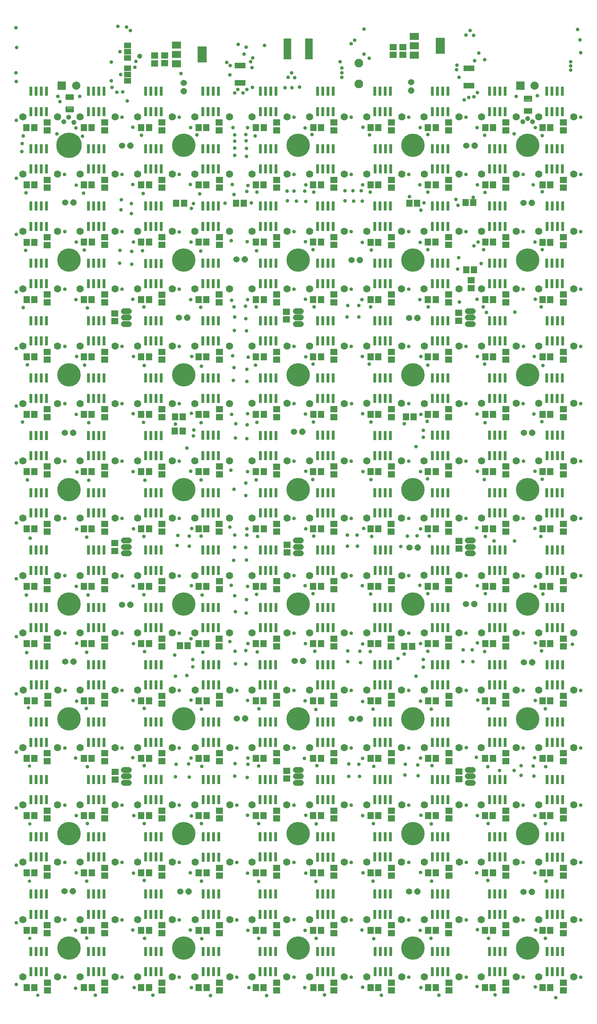
<source format=gbs>
G75*
%MOIN*%
%OFA0B0*%
%FSLAX25Y25*%
%IPPOS*%
%LPD*%
%AMOC8*
5,1,8,0,0,1.08239X$1,22.5*
%
%ADD10C,0.24422*%
%ADD11C,0.22454*%
%ADD12R,0.02900X0.08600*%
%ADD13C,0.07001*%
%ADD14R,0.05918X0.07099*%
%ADD15R,0.06706X0.05918*%
%ADD16C,0.05556*%
%ADD17R,0.02611X0.05721*%
%ADD18C,0.00604*%
%ADD19R,0.07100X0.05400*%
%ADD20R,0.05918X0.06706*%
%ADD21C,0.07887*%
%ADD22R,0.07887X0.07887*%
%ADD23R,0.08700X0.06700*%
%ADD24R,0.08700X0.15800*%
%ADD25C,0.08300*%
%ADD26OC8,0.08300*%
%ADD27OC8,0.06000*%
%ADD28C,0.06000*%
%ADD29C,0.01381*%
%ADD30C,0.03581*%
%ADD31C,0.04762*%
%ADD32C,0.03187*%
D10*
X0080254Y0880936D03*
D11*
X0080254Y0770700D03*
X0080254Y0660464D03*
X0080254Y0550227D03*
X0080254Y0439991D03*
X0080254Y0329755D03*
X0080254Y0219519D03*
X0080254Y0109282D03*
X0190490Y0109282D03*
X0190490Y0219519D03*
X0190490Y0329755D03*
X0190490Y0439991D03*
X0190490Y0550227D03*
X0190490Y0660464D03*
X0190490Y0770700D03*
X0190490Y0880936D03*
X0300727Y0880936D03*
X0300727Y0770700D03*
X0300727Y0660464D03*
X0300727Y0550227D03*
X0300727Y0439991D03*
X0300727Y0329755D03*
X0300727Y0219519D03*
X0300727Y0109282D03*
X0410963Y0109282D03*
X0410963Y0219519D03*
X0410963Y0329755D03*
X0410963Y0439991D03*
X0410963Y0550227D03*
X0410963Y0660464D03*
X0410963Y0770700D03*
X0410963Y0880936D03*
X0521199Y0880936D03*
X0521199Y0770700D03*
X0521199Y0660464D03*
X0521199Y0550227D03*
X0521199Y0439991D03*
X0521199Y0329755D03*
X0521199Y0219519D03*
X0521199Y0109282D03*
D12*
X0539815Y0106170D03*
X0544815Y0106170D03*
X0549815Y0106170D03*
X0554815Y0106170D03*
X0554815Y0086670D03*
X0549815Y0086670D03*
X0544815Y0086670D03*
X0539815Y0086670D03*
X0539845Y0141800D03*
X0544845Y0141800D03*
X0549845Y0141800D03*
X0554845Y0141800D03*
X0554845Y0161300D03*
X0549845Y0161300D03*
X0544845Y0161300D03*
X0539845Y0161300D03*
X0539865Y0196895D03*
X0544865Y0196895D03*
X0549865Y0196895D03*
X0554865Y0196895D03*
X0554865Y0216395D03*
X0549865Y0216395D03*
X0544865Y0216395D03*
X0539865Y0216395D03*
X0539840Y0252030D03*
X0544840Y0252030D03*
X0549840Y0252030D03*
X0554840Y0252030D03*
X0554840Y0271530D03*
X0549840Y0271530D03*
X0544840Y0271530D03*
X0539840Y0271530D03*
X0539835Y0307145D03*
X0544835Y0307145D03*
X0549835Y0307145D03*
X0554835Y0307145D03*
X0554835Y0326645D03*
X0549835Y0326645D03*
X0544835Y0326645D03*
X0539835Y0326645D03*
X0539840Y0362265D03*
X0544840Y0362265D03*
X0549840Y0362265D03*
X0554840Y0362265D03*
X0554840Y0381765D03*
X0549840Y0381765D03*
X0544840Y0381765D03*
X0539840Y0381765D03*
X0539810Y0417385D03*
X0544810Y0417385D03*
X0549810Y0417385D03*
X0554810Y0417385D03*
X0554810Y0436885D03*
X0549810Y0436885D03*
X0544810Y0436885D03*
X0539810Y0436885D03*
X0539810Y0472500D03*
X0544810Y0472500D03*
X0549810Y0472500D03*
X0554810Y0472500D03*
X0554810Y0492000D03*
X0549810Y0492000D03*
X0544810Y0492000D03*
X0539810Y0492000D03*
X0539795Y0527620D03*
X0544795Y0527620D03*
X0549795Y0527620D03*
X0554795Y0527620D03*
X0554795Y0547120D03*
X0549795Y0547120D03*
X0544795Y0547120D03*
X0539795Y0547120D03*
X0539820Y0582750D03*
X0544820Y0582750D03*
X0549820Y0582750D03*
X0554820Y0582750D03*
X0554820Y0602250D03*
X0549820Y0602250D03*
X0544820Y0602250D03*
X0539820Y0602250D03*
X0539800Y0637850D03*
X0544800Y0637850D03*
X0549800Y0637850D03*
X0554800Y0637850D03*
X0554800Y0657350D03*
X0549800Y0657350D03*
X0544800Y0657350D03*
X0539800Y0657350D03*
X0539815Y0692965D03*
X0544815Y0692965D03*
X0549815Y0692965D03*
X0554815Y0692965D03*
X0554815Y0712465D03*
X0549815Y0712465D03*
X0544815Y0712465D03*
X0539815Y0712465D03*
X0539795Y0748080D03*
X0544795Y0748080D03*
X0549795Y0748080D03*
X0554795Y0748080D03*
X0554795Y0767580D03*
X0549795Y0767580D03*
X0544795Y0767580D03*
X0539795Y0767580D03*
X0539815Y0803190D03*
X0544815Y0803190D03*
X0549815Y0803190D03*
X0554815Y0803190D03*
X0554815Y0822690D03*
X0549815Y0822690D03*
X0544815Y0822690D03*
X0539815Y0822690D03*
X0539805Y0858340D03*
X0544805Y0858340D03*
X0549805Y0858340D03*
X0554805Y0858340D03*
X0554805Y0877840D03*
X0549805Y0877840D03*
X0544805Y0877840D03*
X0539805Y0877840D03*
X0539800Y0913430D03*
X0544800Y0913430D03*
X0549800Y0913430D03*
X0554800Y0913430D03*
X0554800Y0932930D03*
X0549800Y0932930D03*
X0544800Y0932930D03*
X0539800Y0932930D03*
X0499695Y0932925D03*
X0494695Y0932925D03*
X0489695Y0932925D03*
X0484695Y0932925D03*
X0484695Y0913425D03*
X0489695Y0913425D03*
X0494695Y0913425D03*
X0499695Y0913425D03*
X0499690Y0877830D03*
X0494690Y0877830D03*
X0489690Y0877830D03*
X0484690Y0877830D03*
X0484690Y0858330D03*
X0489690Y0858330D03*
X0494690Y0858330D03*
X0499690Y0858330D03*
X0499695Y0822710D03*
X0494695Y0822710D03*
X0489695Y0822710D03*
X0484695Y0822710D03*
X0484695Y0803210D03*
X0489695Y0803210D03*
X0494695Y0803210D03*
X0499695Y0803210D03*
X0499695Y0767585D03*
X0494695Y0767585D03*
X0489695Y0767585D03*
X0484695Y0767585D03*
X0484695Y0748085D03*
X0489695Y0748085D03*
X0494695Y0748085D03*
X0499695Y0748085D03*
X0499705Y0712470D03*
X0494705Y0712470D03*
X0489705Y0712470D03*
X0484705Y0712470D03*
X0484705Y0692970D03*
X0489705Y0692970D03*
X0494705Y0692970D03*
X0499705Y0692970D03*
X0499695Y0657355D03*
X0494695Y0657355D03*
X0489695Y0657355D03*
X0484695Y0657355D03*
X0484695Y0637855D03*
X0489695Y0637855D03*
X0494695Y0637855D03*
X0499695Y0637855D03*
X0499710Y0602235D03*
X0494710Y0602235D03*
X0489710Y0602235D03*
X0484710Y0602235D03*
X0484710Y0582735D03*
X0489710Y0582735D03*
X0494710Y0582735D03*
X0499710Y0582735D03*
X0499685Y0547105D03*
X0494685Y0547105D03*
X0489685Y0547105D03*
X0484685Y0547105D03*
X0484685Y0527605D03*
X0489685Y0527605D03*
X0494685Y0527605D03*
X0499685Y0527605D03*
X0499700Y0491975D03*
X0494700Y0491975D03*
X0489700Y0491975D03*
X0484700Y0491975D03*
X0484700Y0472475D03*
X0489700Y0472475D03*
X0494700Y0472475D03*
X0499700Y0472475D03*
X0499690Y0436880D03*
X0494690Y0436880D03*
X0489690Y0436880D03*
X0484690Y0436880D03*
X0484690Y0417380D03*
X0489690Y0417380D03*
X0494690Y0417380D03*
X0499690Y0417380D03*
X0499555Y0381770D03*
X0494555Y0381770D03*
X0489555Y0381770D03*
X0484555Y0381770D03*
X0484555Y0362270D03*
X0489555Y0362270D03*
X0494555Y0362270D03*
X0499555Y0362270D03*
X0499550Y0326640D03*
X0494550Y0326640D03*
X0489550Y0326640D03*
X0484550Y0326640D03*
X0484550Y0307140D03*
X0489550Y0307140D03*
X0494550Y0307140D03*
X0499550Y0307140D03*
X0499530Y0271530D03*
X0494530Y0271530D03*
X0489530Y0271530D03*
X0484530Y0271530D03*
X0484530Y0252030D03*
X0489530Y0252030D03*
X0494530Y0252030D03*
X0499530Y0252030D03*
X0499565Y0216400D03*
X0494565Y0216400D03*
X0489565Y0216400D03*
X0484565Y0216400D03*
X0484565Y0196900D03*
X0489565Y0196900D03*
X0494565Y0196900D03*
X0499565Y0196900D03*
X0499555Y0161300D03*
X0494555Y0161300D03*
X0489555Y0161300D03*
X0484555Y0161300D03*
X0484555Y0141800D03*
X0489555Y0141800D03*
X0494555Y0141800D03*
X0499555Y0141800D03*
X0499530Y0106140D03*
X0494530Y0106140D03*
X0489530Y0106140D03*
X0484530Y0106140D03*
X0484530Y0086640D03*
X0489530Y0086640D03*
X0494530Y0086640D03*
X0499530Y0086640D03*
X0444780Y0086685D03*
X0439780Y0086685D03*
X0434780Y0086685D03*
X0429780Y0086685D03*
X0429780Y0106185D03*
X0434780Y0106185D03*
X0439780Y0106185D03*
X0444780Y0106185D03*
X0444760Y0141805D03*
X0439760Y0141805D03*
X0434760Y0141805D03*
X0429760Y0141805D03*
X0429760Y0161305D03*
X0434760Y0161305D03*
X0439760Y0161305D03*
X0444760Y0161305D03*
X0444795Y0196910D03*
X0439795Y0196910D03*
X0434795Y0196910D03*
X0429795Y0196910D03*
X0429795Y0216410D03*
X0434795Y0216410D03*
X0439795Y0216410D03*
X0444795Y0216410D03*
X0444775Y0252030D03*
X0439775Y0252030D03*
X0434775Y0252030D03*
X0429775Y0252030D03*
X0429775Y0271530D03*
X0434775Y0271530D03*
X0439775Y0271530D03*
X0444775Y0271530D03*
X0444780Y0307150D03*
X0439780Y0307150D03*
X0434780Y0307150D03*
X0429780Y0307150D03*
X0429780Y0326650D03*
X0434780Y0326650D03*
X0439780Y0326650D03*
X0444780Y0326650D03*
X0444785Y0362265D03*
X0439785Y0362265D03*
X0434785Y0362265D03*
X0429785Y0362265D03*
X0429785Y0381765D03*
X0434785Y0381765D03*
X0439785Y0381765D03*
X0444785Y0381765D03*
X0444605Y0417370D03*
X0439605Y0417370D03*
X0434605Y0417370D03*
X0429605Y0417370D03*
X0429605Y0436870D03*
X0434605Y0436870D03*
X0439605Y0436870D03*
X0444605Y0436870D03*
X0444570Y0472520D03*
X0439570Y0472520D03*
X0434570Y0472520D03*
X0429570Y0472520D03*
X0429570Y0492020D03*
X0434570Y0492020D03*
X0439570Y0492020D03*
X0444570Y0492020D03*
X0444575Y0527600D03*
X0439575Y0527600D03*
X0434575Y0527600D03*
X0429575Y0527600D03*
X0429575Y0547100D03*
X0434575Y0547100D03*
X0439575Y0547100D03*
X0444575Y0547100D03*
X0444580Y0582735D03*
X0439580Y0582735D03*
X0434580Y0582735D03*
X0429580Y0582735D03*
X0429580Y0602235D03*
X0434580Y0602235D03*
X0439580Y0602235D03*
X0444580Y0602235D03*
X0444605Y0637845D03*
X0439605Y0637845D03*
X0434605Y0637845D03*
X0429605Y0637845D03*
X0429605Y0657345D03*
X0434605Y0657345D03*
X0439605Y0657345D03*
X0444605Y0657345D03*
X0444615Y0692960D03*
X0439615Y0692960D03*
X0434615Y0692960D03*
X0429615Y0692960D03*
X0429615Y0712460D03*
X0434615Y0712460D03*
X0439615Y0712460D03*
X0444615Y0712460D03*
X0444575Y0748100D03*
X0439575Y0748100D03*
X0434575Y0748100D03*
X0429575Y0748100D03*
X0429575Y0767600D03*
X0434575Y0767600D03*
X0439575Y0767600D03*
X0444575Y0767600D03*
X0444540Y0803215D03*
X0439540Y0803215D03*
X0434540Y0803215D03*
X0429540Y0803215D03*
X0429540Y0822715D03*
X0434540Y0822715D03*
X0439540Y0822715D03*
X0444540Y0822715D03*
X0444600Y0858320D03*
X0439600Y0858320D03*
X0434600Y0858320D03*
X0429600Y0858320D03*
X0429600Y0877820D03*
X0434600Y0877820D03*
X0439600Y0877820D03*
X0444600Y0877820D03*
X0444580Y0913420D03*
X0439580Y0913420D03*
X0434580Y0913420D03*
X0429580Y0913420D03*
X0429580Y0932920D03*
X0434580Y0932920D03*
X0439580Y0932920D03*
X0444580Y0932920D03*
X0389460Y0932940D03*
X0384460Y0932940D03*
X0379460Y0932940D03*
X0374460Y0932940D03*
X0374460Y0913440D03*
X0379460Y0913440D03*
X0384460Y0913440D03*
X0389460Y0913440D03*
X0389485Y0877825D03*
X0384485Y0877825D03*
X0379485Y0877825D03*
X0374485Y0877825D03*
X0374485Y0858325D03*
X0379485Y0858325D03*
X0384485Y0858325D03*
X0389485Y0858325D03*
X0389455Y0822695D03*
X0384455Y0822695D03*
X0379455Y0822695D03*
X0374455Y0822695D03*
X0374455Y0803195D03*
X0379455Y0803195D03*
X0384455Y0803195D03*
X0389455Y0803195D03*
X0389445Y0767595D03*
X0384445Y0767595D03*
X0379445Y0767595D03*
X0374445Y0767595D03*
X0374445Y0748095D03*
X0379445Y0748095D03*
X0384445Y0748095D03*
X0389445Y0748095D03*
X0389465Y0712470D03*
X0384465Y0712470D03*
X0379465Y0712470D03*
X0374465Y0712470D03*
X0374465Y0692970D03*
X0379465Y0692970D03*
X0384465Y0692970D03*
X0389465Y0692970D03*
X0389465Y0657340D03*
X0384465Y0657340D03*
X0379465Y0657340D03*
X0374465Y0657340D03*
X0374465Y0637840D03*
X0379465Y0637840D03*
X0384465Y0637840D03*
X0389465Y0637840D03*
X0389455Y0602230D03*
X0384455Y0602230D03*
X0379455Y0602230D03*
X0374455Y0602230D03*
X0374455Y0582730D03*
X0379455Y0582730D03*
X0384455Y0582730D03*
X0389455Y0582730D03*
X0389410Y0547095D03*
X0384410Y0547095D03*
X0379410Y0547095D03*
X0374410Y0547095D03*
X0374410Y0527595D03*
X0379410Y0527595D03*
X0384410Y0527595D03*
X0389410Y0527595D03*
X0389490Y0492000D03*
X0384490Y0492000D03*
X0379490Y0492000D03*
X0374490Y0492000D03*
X0374490Y0472500D03*
X0379490Y0472500D03*
X0384490Y0472500D03*
X0389490Y0472500D03*
X0389390Y0436885D03*
X0384390Y0436885D03*
X0379390Y0436885D03*
X0374390Y0436885D03*
X0374390Y0417385D03*
X0379390Y0417385D03*
X0384390Y0417385D03*
X0389390Y0417385D03*
X0389450Y0381765D03*
X0384450Y0381765D03*
X0379450Y0381765D03*
X0374450Y0381765D03*
X0374450Y0362265D03*
X0379450Y0362265D03*
X0384450Y0362265D03*
X0389450Y0362265D03*
X0389450Y0326645D03*
X0384450Y0326645D03*
X0379450Y0326645D03*
X0374450Y0326645D03*
X0374450Y0307145D03*
X0379450Y0307145D03*
X0384450Y0307145D03*
X0389450Y0307145D03*
X0389465Y0271530D03*
X0384465Y0271530D03*
X0379465Y0271530D03*
X0374465Y0271530D03*
X0374465Y0252030D03*
X0379465Y0252030D03*
X0384465Y0252030D03*
X0389465Y0252030D03*
X0389455Y0216410D03*
X0384455Y0216410D03*
X0379455Y0216410D03*
X0374455Y0216410D03*
X0374455Y0196910D03*
X0379455Y0196910D03*
X0384455Y0196910D03*
X0389455Y0196910D03*
X0389450Y0161270D03*
X0384450Y0161270D03*
X0379450Y0161270D03*
X0374450Y0161270D03*
X0374450Y0141770D03*
X0379450Y0141770D03*
X0384450Y0141770D03*
X0389450Y0141770D03*
X0389475Y0106160D03*
X0384475Y0106160D03*
X0379475Y0106160D03*
X0374475Y0106160D03*
X0374475Y0086660D03*
X0379475Y0086660D03*
X0384475Y0086660D03*
X0389475Y0086660D03*
X0334360Y0086660D03*
X0329360Y0086660D03*
X0324360Y0086660D03*
X0319360Y0086660D03*
X0319360Y0106160D03*
X0324360Y0106160D03*
X0329360Y0106160D03*
X0334360Y0106160D03*
X0334330Y0141790D03*
X0329330Y0141790D03*
X0324330Y0141790D03*
X0319330Y0141790D03*
X0319330Y0161290D03*
X0324330Y0161290D03*
X0329330Y0161290D03*
X0334330Y0161290D03*
X0334345Y0196890D03*
X0329345Y0196890D03*
X0324345Y0196890D03*
X0319345Y0196890D03*
X0319345Y0216390D03*
X0324345Y0216390D03*
X0329345Y0216390D03*
X0334345Y0216390D03*
X0334340Y0252030D03*
X0329340Y0252030D03*
X0324340Y0252030D03*
X0319340Y0252030D03*
X0319340Y0271530D03*
X0324340Y0271530D03*
X0329340Y0271530D03*
X0334340Y0271530D03*
X0334345Y0307145D03*
X0329345Y0307145D03*
X0324345Y0307145D03*
X0319345Y0307145D03*
X0319345Y0326645D03*
X0324345Y0326645D03*
X0329345Y0326645D03*
X0334345Y0326645D03*
X0334345Y0362270D03*
X0329345Y0362270D03*
X0324345Y0362270D03*
X0319345Y0362270D03*
X0319345Y0381770D03*
X0324345Y0381770D03*
X0329345Y0381770D03*
X0334345Y0381770D03*
X0334325Y0417355D03*
X0329325Y0417355D03*
X0324325Y0417355D03*
X0319325Y0417355D03*
X0319325Y0436855D03*
X0324325Y0436855D03*
X0329325Y0436855D03*
X0334325Y0436855D03*
X0334335Y0472495D03*
X0329335Y0472495D03*
X0324335Y0472495D03*
X0319335Y0472495D03*
X0319335Y0491995D03*
X0324335Y0491995D03*
X0329335Y0491995D03*
X0334335Y0491995D03*
X0334335Y0527605D03*
X0329335Y0527605D03*
X0324335Y0527605D03*
X0319335Y0527605D03*
X0319335Y0547105D03*
X0324335Y0547105D03*
X0329335Y0547105D03*
X0334335Y0547105D03*
X0334335Y0582735D03*
X0329335Y0582735D03*
X0324335Y0582735D03*
X0319335Y0582735D03*
X0319335Y0602235D03*
X0324335Y0602235D03*
X0329335Y0602235D03*
X0334335Y0602235D03*
X0334375Y0637845D03*
X0329375Y0637845D03*
X0324375Y0637845D03*
X0319375Y0637845D03*
X0319375Y0657345D03*
X0324375Y0657345D03*
X0329375Y0657345D03*
X0334375Y0657345D03*
X0334345Y0692965D03*
X0329345Y0692965D03*
X0324345Y0692965D03*
X0319345Y0692965D03*
X0319345Y0712465D03*
X0324345Y0712465D03*
X0329345Y0712465D03*
X0334345Y0712465D03*
X0334340Y0748090D03*
X0329340Y0748090D03*
X0324340Y0748090D03*
X0319340Y0748090D03*
X0319340Y0767590D03*
X0324340Y0767590D03*
X0329340Y0767590D03*
X0334340Y0767590D03*
X0334310Y0803210D03*
X0329310Y0803210D03*
X0324310Y0803210D03*
X0319310Y0803210D03*
X0319310Y0822710D03*
X0324310Y0822710D03*
X0329310Y0822710D03*
X0334310Y0822710D03*
X0334305Y0858330D03*
X0329305Y0858330D03*
X0324305Y0858330D03*
X0319305Y0858330D03*
X0319305Y0877830D03*
X0324305Y0877830D03*
X0329305Y0877830D03*
X0334305Y0877830D03*
X0334365Y0913410D03*
X0329365Y0913410D03*
X0324365Y0913410D03*
X0319365Y0913410D03*
X0319365Y0932910D03*
X0324365Y0932910D03*
X0329365Y0932910D03*
X0334365Y0932910D03*
X0279215Y0932945D03*
X0274215Y0932945D03*
X0269215Y0932945D03*
X0264215Y0932945D03*
X0264215Y0913445D03*
X0269215Y0913445D03*
X0274215Y0913445D03*
X0279215Y0913445D03*
X0279205Y0877810D03*
X0274205Y0877810D03*
X0269205Y0877810D03*
X0264205Y0877810D03*
X0264205Y0858310D03*
X0269205Y0858310D03*
X0274205Y0858310D03*
X0279205Y0858310D03*
X0279220Y0822705D03*
X0274220Y0822705D03*
X0269220Y0822705D03*
X0264220Y0822705D03*
X0264220Y0803205D03*
X0269220Y0803205D03*
X0274220Y0803205D03*
X0279220Y0803205D03*
X0279225Y0767585D03*
X0274225Y0767585D03*
X0269225Y0767585D03*
X0264225Y0767585D03*
X0264225Y0748085D03*
X0269225Y0748085D03*
X0274225Y0748085D03*
X0279225Y0748085D03*
X0279250Y0712455D03*
X0274250Y0712455D03*
X0269250Y0712455D03*
X0264250Y0712455D03*
X0264250Y0692955D03*
X0269250Y0692955D03*
X0274250Y0692955D03*
X0279250Y0692955D03*
X0279235Y0657350D03*
X0274235Y0657350D03*
X0269235Y0657350D03*
X0264235Y0657350D03*
X0264235Y0637850D03*
X0269235Y0637850D03*
X0274235Y0637850D03*
X0279235Y0637850D03*
X0279245Y0602220D03*
X0274245Y0602220D03*
X0269245Y0602220D03*
X0264245Y0602220D03*
X0264245Y0582720D03*
X0269245Y0582720D03*
X0274245Y0582720D03*
X0279245Y0582720D03*
X0279215Y0547105D03*
X0274215Y0547105D03*
X0269215Y0547105D03*
X0264215Y0547105D03*
X0264215Y0527605D03*
X0269215Y0527605D03*
X0274215Y0527605D03*
X0279215Y0527605D03*
X0279205Y0491990D03*
X0274205Y0491990D03*
X0269205Y0491990D03*
X0264205Y0491990D03*
X0264205Y0472490D03*
X0269205Y0472490D03*
X0274205Y0472490D03*
X0279205Y0472490D03*
X0279205Y0436875D03*
X0274205Y0436875D03*
X0269205Y0436875D03*
X0264205Y0436875D03*
X0264205Y0417375D03*
X0269205Y0417375D03*
X0274205Y0417375D03*
X0279205Y0417375D03*
X0279110Y0381775D03*
X0274110Y0381775D03*
X0269110Y0381775D03*
X0264110Y0381775D03*
X0264110Y0362275D03*
X0269110Y0362275D03*
X0274110Y0362275D03*
X0279110Y0362275D03*
X0279100Y0326645D03*
X0274100Y0326645D03*
X0269100Y0326645D03*
X0264100Y0326645D03*
X0264100Y0307145D03*
X0269100Y0307145D03*
X0274100Y0307145D03*
X0279100Y0307145D03*
X0279110Y0271530D03*
X0274110Y0271530D03*
X0269110Y0271530D03*
X0264110Y0271530D03*
X0264110Y0252030D03*
X0269110Y0252030D03*
X0274110Y0252030D03*
X0279110Y0252030D03*
X0279105Y0216405D03*
X0274105Y0216405D03*
X0269105Y0216405D03*
X0264105Y0216405D03*
X0264105Y0196905D03*
X0269105Y0196905D03*
X0274105Y0196905D03*
X0279105Y0196905D03*
X0279110Y0161330D03*
X0274110Y0161330D03*
X0269110Y0161330D03*
X0264110Y0161330D03*
X0264110Y0141830D03*
X0269110Y0141830D03*
X0274110Y0141830D03*
X0279110Y0141830D03*
X0279120Y0106160D03*
X0274120Y0106160D03*
X0269120Y0106160D03*
X0264120Y0106160D03*
X0264120Y0086660D03*
X0269120Y0086660D03*
X0274120Y0086660D03*
X0279120Y0086660D03*
X0224250Y0086650D03*
X0219250Y0086650D03*
X0214250Y0086650D03*
X0209250Y0086650D03*
X0209250Y0106150D03*
X0214250Y0106150D03*
X0219250Y0106150D03*
X0224250Y0106150D03*
X0224280Y0141750D03*
X0219280Y0141750D03*
X0214280Y0141750D03*
X0209280Y0141750D03*
X0209280Y0161250D03*
X0214280Y0161250D03*
X0219280Y0161250D03*
X0224280Y0161250D03*
X0224255Y0196870D03*
X0219255Y0196870D03*
X0214255Y0196870D03*
X0209255Y0196870D03*
X0209255Y0216370D03*
X0214255Y0216370D03*
X0219255Y0216370D03*
X0224255Y0216370D03*
X0224250Y0252030D03*
X0219250Y0252030D03*
X0214250Y0252030D03*
X0209250Y0252030D03*
X0209250Y0271530D03*
X0214250Y0271530D03*
X0219250Y0271530D03*
X0224250Y0271530D03*
X0224255Y0307145D03*
X0219255Y0307145D03*
X0214255Y0307145D03*
X0209255Y0307145D03*
X0209255Y0326645D03*
X0214255Y0326645D03*
X0219255Y0326645D03*
X0224255Y0326645D03*
X0224255Y0362250D03*
X0219255Y0362250D03*
X0214255Y0362250D03*
X0209255Y0362250D03*
X0209255Y0381750D03*
X0214255Y0381750D03*
X0219255Y0381750D03*
X0224255Y0381750D03*
X0224085Y0417380D03*
X0219085Y0417380D03*
X0214085Y0417380D03*
X0209085Y0417380D03*
X0209085Y0436880D03*
X0214085Y0436880D03*
X0219085Y0436880D03*
X0224085Y0436880D03*
X0224105Y0472490D03*
X0219105Y0472490D03*
X0214105Y0472490D03*
X0209105Y0472490D03*
X0209105Y0491990D03*
X0214105Y0491990D03*
X0219105Y0491990D03*
X0224105Y0491990D03*
X0224070Y0527580D03*
X0219070Y0527580D03*
X0214070Y0527580D03*
X0209070Y0527580D03*
X0209070Y0547080D03*
X0214070Y0547080D03*
X0219070Y0547080D03*
X0224070Y0547080D03*
X0224105Y0582735D03*
X0219105Y0582735D03*
X0214105Y0582735D03*
X0209105Y0582735D03*
X0209105Y0602235D03*
X0214105Y0602235D03*
X0219105Y0602235D03*
X0224105Y0602235D03*
X0224100Y0637830D03*
X0219100Y0637830D03*
X0214100Y0637830D03*
X0209100Y0637830D03*
X0209100Y0657330D03*
X0214100Y0657330D03*
X0219100Y0657330D03*
X0224100Y0657330D03*
X0224105Y0692970D03*
X0219105Y0692970D03*
X0214105Y0692970D03*
X0209105Y0692970D03*
X0209105Y0712470D03*
X0214105Y0712470D03*
X0219105Y0712470D03*
X0224105Y0712470D03*
X0224080Y0748080D03*
X0219080Y0748080D03*
X0214080Y0748080D03*
X0209080Y0748080D03*
X0209080Y0767580D03*
X0214080Y0767580D03*
X0219080Y0767580D03*
X0224080Y0767580D03*
X0224105Y0803215D03*
X0219105Y0803215D03*
X0214105Y0803215D03*
X0209105Y0803215D03*
X0209105Y0822715D03*
X0214105Y0822715D03*
X0219105Y0822715D03*
X0224105Y0822715D03*
X0224110Y0858315D03*
X0219110Y0858315D03*
X0214110Y0858315D03*
X0209110Y0858315D03*
X0209110Y0877815D03*
X0214110Y0877815D03*
X0219110Y0877815D03*
X0224110Y0877815D03*
X0224095Y0913455D03*
X0219095Y0913455D03*
X0214095Y0913455D03*
X0209095Y0913455D03*
X0209095Y0932955D03*
X0214095Y0932955D03*
X0219095Y0932955D03*
X0224095Y0932955D03*
X0168990Y0932945D03*
X0163990Y0932945D03*
X0158990Y0932945D03*
X0153990Y0932945D03*
X0153990Y0913445D03*
X0158990Y0913445D03*
X0163990Y0913445D03*
X0168990Y0913445D03*
X0168980Y0877810D03*
X0163980Y0877810D03*
X0158980Y0877810D03*
X0153980Y0877810D03*
X0153980Y0858310D03*
X0158980Y0858310D03*
X0163980Y0858310D03*
X0168980Y0858310D03*
X0168965Y0822710D03*
X0163965Y0822710D03*
X0158965Y0822710D03*
X0153965Y0822710D03*
X0153965Y0803210D03*
X0158965Y0803210D03*
X0163965Y0803210D03*
X0168965Y0803210D03*
X0168960Y0767555D03*
X0163960Y0767555D03*
X0158960Y0767555D03*
X0153960Y0767555D03*
X0153960Y0748055D03*
X0158960Y0748055D03*
X0163960Y0748055D03*
X0168960Y0748055D03*
X0168975Y0712460D03*
X0163975Y0712460D03*
X0158975Y0712460D03*
X0153975Y0712460D03*
X0153975Y0692960D03*
X0158975Y0692960D03*
X0163975Y0692960D03*
X0168975Y0692960D03*
X0168990Y0657325D03*
X0163990Y0657325D03*
X0158990Y0657325D03*
X0153990Y0657325D03*
X0153990Y0637825D03*
X0158990Y0637825D03*
X0163990Y0637825D03*
X0168990Y0637825D03*
X0168990Y0602205D03*
X0163990Y0602205D03*
X0158990Y0602205D03*
X0153990Y0602205D03*
X0153990Y0582705D03*
X0158990Y0582705D03*
X0163990Y0582705D03*
X0168990Y0582705D03*
X0168975Y0547115D03*
X0163975Y0547115D03*
X0158975Y0547115D03*
X0153975Y0547115D03*
X0153975Y0527615D03*
X0158975Y0527615D03*
X0163975Y0527615D03*
X0168975Y0527615D03*
X0168945Y0491975D03*
X0163945Y0491975D03*
X0158945Y0491975D03*
X0153945Y0491975D03*
X0153945Y0472475D03*
X0158945Y0472475D03*
X0163945Y0472475D03*
X0168945Y0472475D03*
X0168980Y0436880D03*
X0163980Y0436880D03*
X0158980Y0436880D03*
X0153980Y0436880D03*
X0153980Y0417380D03*
X0158980Y0417380D03*
X0163980Y0417380D03*
X0168980Y0417380D03*
X0168985Y0381770D03*
X0163985Y0381770D03*
X0158985Y0381770D03*
X0153985Y0381770D03*
X0153985Y0362270D03*
X0158985Y0362270D03*
X0163985Y0362270D03*
X0168985Y0362270D03*
X0168980Y0326640D03*
X0163980Y0326640D03*
X0158980Y0326640D03*
X0153980Y0326640D03*
X0153980Y0307140D03*
X0158980Y0307140D03*
X0163980Y0307140D03*
X0168980Y0307140D03*
X0168980Y0271530D03*
X0163980Y0271530D03*
X0158980Y0271530D03*
X0153980Y0271530D03*
X0153980Y0252030D03*
X0158980Y0252030D03*
X0163980Y0252030D03*
X0168980Y0252030D03*
X0168990Y0216460D03*
X0163990Y0216460D03*
X0158990Y0216460D03*
X0153990Y0216460D03*
X0153990Y0196960D03*
X0158990Y0196960D03*
X0163990Y0196960D03*
X0168990Y0196960D03*
X0168995Y0161310D03*
X0163995Y0161310D03*
X0158995Y0161310D03*
X0153995Y0161310D03*
X0153995Y0141810D03*
X0158995Y0141810D03*
X0163995Y0141810D03*
X0168995Y0141810D03*
X0169005Y0106190D03*
X0164005Y0106190D03*
X0159005Y0106190D03*
X0154005Y0106190D03*
X0154005Y0086690D03*
X0159005Y0086690D03*
X0164005Y0086690D03*
X0169005Y0086690D03*
X0113875Y0086645D03*
X0108875Y0086645D03*
X0103875Y0086645D03*
X0098875Y0086645D03*
X0098875Y0106145D03*
X0103875Y0106145D03*
X0108875Y0106145D03*
X0113875Y0106145D03*
X0113865Y0141740D03*
X0108865Y0141740D03*
X0103865Y0141740D03*
X0098865Y0141740D03*
X0098865Y0161240D03*
X0103865Y0161240D03*
X0108865Y0161240D03*
X0113865Y0161240D03*
X0113895Y0196920D03*
X0108895Y0196920D03*
X0103895Y0196920D03*
X0098895Y0196920D03*
X0098895Y0216420D03*
X0103895Y0216420D03*
X0108895Y0216420D03*
X0113895Y0216420D03*
X0113895Y0252025D03*
X0108895Y0252025D03*
X0103895Y0252025D03*
X0098895Y0252025D03*
X0098895Y0271525D03*
X0103895Y0271525D03*
X0108895Y0271525D03*
X0113895Y0271525D03*
X0113865Y0307140D03*
X0108865Y0307140D03*
X0103865Y0307140D03*
X0098865Y0307140D03*
X0098865Y0326640D03*
X0103865Y0326640D03*
X0108865Y0326640D03*
X0113865Y0326640D03*
X0113865Y0362265D03*
X0108865Y0362265D03*
X0103865Y0362265D03*
X0098865Y0362265D03*
X0098865Y0381765D03*
X0103865Y0381765D03*
X0108865Y0381765D03*
X0113865Y0381765D03*
X0113860Y0417365D03*
X0108860Y0417365D03*
X0103860Y0417365D03*
X0098860Y0417365D03*
X0098860Y0436865D03*
X0103860Y0436865D03*
X0108860Y0436865D03*
X0113860Y0436865D03*
X0113825Y0472475D03*
X0108825Y0472475D03*
X0103825Y0472475D03*
X0098825Y0472475D03*
X0098825Y0491975D03*
X0103825Y0491975D03*
X0108825Y0491975D03*
X0113825Y0491975D03*
X0113870Y0527605D03*
X0108870Y0527605D03*
X0103870Y0527605D03*
X0098870Y0527605D03*
X0098870Y0547105D03*
X0103870Y0547105D03*
X0108870Y0547105D03*
X0113870Y0547105D03*
X0113850Y0582710D03*
X0108850Y0582710D03*
X0103850Y0582710D03*
X0098850Y0582710D03*
X0098850Y0602210D03*
X0103850Y0602210D03*
X0108850Y0602210D03*
X0113850Y0602210D03*
X0113860Y0637845D03*
X0108860Y0637845D03*
X0103860Y0637845D03*
X0098860Y0637845D03*
X0098860Y0657345D03*
X0103860Y0657345D03*
X0108860Y0657345D03*
X0113860Y0657345D03*
X0113865Y0692960D03*
X0108865Y0692960D03*
X0103865Y0692960D03*
X0098865Y0692960D03*
X0098865Y0712460D03*
X0103865Y0712460D03*
X0108865Y0712460D03*
X0113865Y0712460D03*
X0113835Y0748115D03*
X0108835Y0748115D03*
X0103835Y0748115D03*
X0098835Y0748115D03*
X0098835Y0767615D03*
X0103835Y0767615D03*
X0108835Y0767615D03*
X0113835Y0767615D03*
X0113890Y0803205D03*
X0108890Y0803205D03*
X0103890Y0803205D03*
X0098890Y0803205D03*
X0098890Y0822705D03*
X0103890Y0822705D03*
X0108890Y0822705D03*
X0113890Y0822705D03*
X0113860Y0858325D03*
X0108860Y0858325D03*
X0103860Y0858325D03*
X0098860Y0858325D03*
X0098860Y0877825D03*
X0103860Y0877825D03*
X0108860Y0877825D03*
X0113860Y0877825D03*
X0113835Y0913430D03*
X0108835Y0913430D03*
X0103835Y0913430D03*
X0098835Y0913430D03*
X0098835Y0932930D03*
X0103835Y0932930D03*
X0108835Y0932930D03*
X0113835Y0932930D03*
X0058665Y0932925D03*
X0053665Y0932925D03*
X0048665Y0932925D03*
X0043665Y0932925D03*
X0043665Y0913425D03*
X0048665Y0913425D03*
X0053665Y0913425D03*
X0058665Y0913425D03*
X0058695Y0877745D03*
X0053695Y0877745D03*
X0048695Y0877745D03*
X0043695Y0877745D03*
X0043695Y0858245D03*
X0048695Y0858245D03*
X0053695Y0858245D03*
X0058695Y0858245D03*
X0058745Y0822685D03*
X0053745Y0822685D03*
X0048745Y0822685D03*
X0043745Y0822685D03*
X0043745Y0803185D03*
X0048745Y0803185D03*
X0053745Y0803185D03*
X0058745Y0803185D03*
X0058745Y0767575D03*
X0053745Y0767575D03*
X0048745Y0767575D03*
X0043745Y0767575D03*
X0043745Y0748075D03*
X0048745Y0748075D03*
X0053745Y0748075D03*
X0058745Y0748075D03*
X0058760Y0712465D03*
X0053760Y0712465D03*
X0048760Y0712465D03*
X0043760Y0712465D03*
X0043760Y0692965D03*
X0048760Y0692965D03*
X0053760Y0692965D03*
X0058760Y0692965D03*
X0058745Y0657345D03*
X0053745Y0657345D03*
X0048745Y0657345D03*
X0043745Y0657345D03*
X0043745Y0637845D03*
X0048745Y0637845D03*
X0053745Y0637845D03*
X0058745Y0637845D03*
X0058750Y0602230D03*
X0053750Y0602230D03*
X0048750Y0602230D03*
X0043750Y0602230D03*
X0043750Y0582730D03*
X0048750Y0582730D03*
X0053750Y0582730D03*
X0058750Y0582730D03*
X0058740Y0547100D03*
X0053740Y0547100D03*
X0048740Y0547100D03*
X0043740Y0547100D03*
X0043740Y0527600D03*
X0048740Y0527600D03*
X0053740Y0527600D03*
X0058740Y0527600D03*
X0058745Y0491985D03*
X0053745Y0491985D03*
X0048745Y0491985D03*
X0043745Y0491985D03*
X0043745Y0472485D03*
X0048745Y0472485D03*
X0053745Y0472485D03*
X0058745Y0472485D03*
X0058745Y0436870D03*
X0053745Y0436870D03*
X0048745Y0436870D03*
X0043745Y0436870D03*
X0043745Y0417370D03*
X0048745Y0417370D03*
X0053745Y0417370D03*
X0058745Y0417370D03*
X0059100Y0381750D03*
X0054100Y0381750D03*
X0049100Y0381750D03*
X0044100Y0381750D03*
X0044100Y0362250D03*
X0049100Y0362250D03*
X0054100Y0362250D03*
X0059100Y0362250D03*
X0058745Y0326645D03*
X0053745Y0326645D03*
X0048745Y0326645D03*
X0043745Y0326645D03*
X0043745Y0307145D03*
X0048745Y0307145D03*
X0053745Y0307145D03*
X0058745Y0307145D03*
X0058745Y0271525D03*
X0053745Y0271525D03*
X0048745Y0271525D03*
X0043745Y0271525D03*
X0043745Y0252025D03*
X0048745Y0252025D03*
X0053745Y0252025D03*
X0058745Y0252025D03*
X0058750Y0216420D03*
X0053750Y0216420D03*
X0048750Y0216420D03*
X0043750Y0216420D03*
X0043750Y0196920D03*
X0048750Y0196920D03*
X0053750Y0196920D03*
X0058750Y0196920D03*
X0058745Y0161320D03*
X0053745Y0161320D03*
X0048745Y0161320D03*
X0043745Y0161320D03*
X0043745Y0141820D03*
X0048745Y0141820D03*
X0053745Y0141820D03*
X0058745Y0141820D03*
X0058765Y0106185D03*
X0053765Y0106185D03*
X0048765Y0106185D03*
X0043765Y0106185D03*
X0043765Y0086685D03*
X0048765Y0086685D03*
X0053765Y0086685D03*
X0058765Y0086685D03*
D13*
X0069447Y0081735D03*
X0091093Y0081695D03*
X0124557Y0081695D03*
X0146223Y0081740D03*
X0179687Y0081740D03*
X0201468Y0081700D03*
X0234932Y0081700D03*
X0256338Y0081710D03*
X0289802Y0081710D03*
X0311578Y0081710D03*
X0345042Y0081710D03*
X0366693Y0081710D03*
X0400157Y0081710D03*
X0421998Y0081735D03*
X0455462Y0081735D03*
X0476748Y0081690D03*
X0510212Y0081690D03*
X0532033Y0081720D03*
X0565497Y0081720D03*
X0565527Y0136850D03*
X0565547Y0191945D03*
X0565522Y0247080D03*
X0532058Y0247080D03*
X0510212Y0247080D03*
X0476748Y0247080D03*
X0455457Y0247080D03*
X0421993Y0247080D03*
X0400147Y0247080D03*
X0400137Y0191960D03*
X0422013Y0191960D03*
X0455477Y0191960D03*
X0476783Y0191950D03*
X0510247Y0191950D03*
X0532083Y0191945D03*
X0532063Y0136850D03*
X0510237Y0136850D03*
X0476773Y0136850D03*
X0455442Y0136855D03*
X0421978Y0136855D03*
X0400132Y0136820D03*
X0366668Y0136820D03*
X0345012Y0136840D03*
X0311548Y0136840D03*
X0289792Y0136880D03*
X0256328Y0136880D03*
X0234962Y0136800D03*
X0234937Y0191920D03*
X0256323Y0191955D03*
X0289787Y0191955D03*
X0311563Y0191940D03*
X0345027Y0191940D03*
X0366673Y0191960D03*
X0366683Y0247080D03*
X0345022Y0247080D03*
X0311558Y0247080D03*
X0289792Y0247080D03*
X0256328Y0247080D03*
X0234932Y0247080D03*
X0201468Y0247080D03*
X0179662Y0247080D03*
X0146198Y0247080D03*
X0124577Y0247075D03*
X0091113Y0247075D03*
X0069427Y0247075D03*
X0035963Y0247075D03*
X0035968Y0191970D03*
X0069432Y0191970D03*
X0091113Y0191970D03*
X0124577Y0191970D03*
X0146208Y0192010D03*
X0179672Y0192010D03*
X0201473Y0191920D03*
X0201498Y0136800D03*
X0179677Y0136860D03*
X0146213Y0136860D03*
X0124547Y0136790D03*
X0091083Y0136790D03*
X0069427Y0136870D03*
X0035963Y0136870D03*
X0035983Y0081735D03*
X0035963Y0302195D03*
X0069427Y0302195D03*
X0091083Y0302190D03*
X0124547Y0302190D03*
X0146198Y0302190D03*
X0179662Y0302190D03*
X0201473Y0302195D03*
X0201473Y0357300D03*
X0179667Y0357320D03*
X0146203Y0357320D03*
X0124547Y0357315D03*
X0091083Y0357315D03*
X0069782Y0357300D03*
X0036318Y0357300D03*
X0035963Y0412420D03*
X0069427Y0412420D03*
X0091078Y0412415D03*
X0124542Y0412415D03*
X0146198Y0412430D03*
X0179662Y0412430D03*
X0201303Y0412430D03*
X0234767Y0412430D03*
X0256423Y0412425D03*
X0289887Y0412425D03*
X0311543Y0412405D03*
X0345007Y0412405D03*
X0366608Y0412435D03*
X0366708Y0467550D03*
X0345017Y0467545D03*
X0311553Y0467545D03*
X0289887Y0467540D03*
X0256423Y0467540D03*
X0234787Y0467540D03*
X0201323Y0467540D03*
X0179627Y0467525D03*
X0146163Y0467525D03*
X0124507Y0467525D03*
X0091043Y0467525D03*
X0069427Y0467535D03*
X0035963Y0467535D03*
X0035958Y0522650D03*
X0069422Y0522650D03*
X0091088Y0522655D03*
X0124552Y0522655D03*
X0146193Y0522665D03*
X0179657Y0522665D03*
X0201288Y0522630D03*
X0234752Y0522630D03*
X0256433Y0522655D03*
X0289897Y0522655D03*
X0311553Y0522655D03*
X0345017Y0522655D03*
X0366628Y0522645D03*
X0366673Y0577780D03*
X0345017Y0577785D03*
X0311553Y0577785D03*
X0289927Y0577770D03*
X0256463Y0577770D03*
X0234787Y0577785D03*
X0201323Y0577785D03*
X0179672Y0577755D03*
X0146208Y0577755D03*
X0124532Y0577760D03*
X0091068Y0577760D03*
X0069432Y0577780D03*
X0035968Y0577780D03*
X0035963Y0632895D03*
X0069427Y0632895D03*
X0091078Y0632895D03*
X0124542Y0632895D03*
X0146208Y0632875D03*
X0179672Y0632875D03*
X0201318Y0632880D03*
X0234782Y0632880D03*
X0256453Y0632900D03*
X0289917Y0632900D03*
X0311593Y0632895D03*
X0345057Y0632895D03*
X0366671Y0632904D03*
X0400136Y0632904D03*
X0421823Y0632895D03*
X0455287Y0632895D03*
X0476913Y0632905D03*
X0510377Y0632905D03*
X0532018Y0632900D03*
X0532038Y0577800D03*
X0510392Y0577785D03*
X0476928Y0577785D03*
X0455262Y0577785D03*
X0421798Y0577785D03*
X0400137Y0577780D03*
X0400092Y0522645D03*
X0421793Y0522650D03*
X0455257Y0522650D03*
X0476903Y0522655D03*
X0510367Y0522655D03*
X0532013Y0522670D03*
X0565477Y0522670D03*
X0565502Y0577800D03*
X0565482Y0632900D03*
X0565497Y0688015D03*
X0565477Y0743130D03*
X0565497Y0798240D03*
X0532033Y0798240D03*
X0510377Y0798260D03*
X0476913Y0798260D03*
X0455222Y0798265D03*
X0421758Y0798265D03*
X0400137Y0798245D03*
X0400127Y0743145D03*
X0421793Y0743150D03*
X0455257Y0743150D03*
X0476913Y0743135D03*
X0510377Y0743135D03*
X0532013Y0743130D03*
X0532033Y0688015D03*
X0510387Y0688020D03*
X0476923Y0688020D03*
X0455297Y0688010D03*
X0421833Y0688010D03*
X0400147Y0688020D03*
X0366683Y0688020D03*
X0345027Y0688015D03*
X0311563Y0688015D03*
X0289932Y0688005D03*
X0256468Y0688005D03*
X0234787Y0688020D03*
X0201323Y0688020D03*
X0179657Y0688010D03*
X0146193Y0688010D03*
X0124547Y0688010D03*
X0091083Y0688010D03*
X0069442Y0688015D03*
X0035978Y0688015D03*
X0035963Y0743125D03*
X0069427Y0743125D03*
X0091053Y0743165D03*
X0124517Y0743165D03*
X0146178Y0743105D03*
X0179642Y0743105D03*
X0201298Y0743130D03*
X0234762Y0743130D03*
X0256443Y0743135D03*
X0289907Y0743135D03*
X0311558Y0743140D03*
X0345022Y0743140D03*
X0366663Y0743145D03*
X0366673Y0798245D03*
X0344992Y0798260D03*
X0311528Y0798260D03*
X0289902Y0798255D03*
X0256438Y0798255D03*
X0234787Y0798265D03*
X0201323Y0798265D03*
X0179647Y0798260D03*
X0146183Y0798260D03*
X0124572Y0798255D03*
X0091108Y0798255D03*
X0069427Y0798235D03*
X0035963Y0798235D03*
X0035913Y0853295D03*
X0069377Y0853295D03*
X0091078Y0853375D03*
X0124542Y0853375D03*
X0146198Y0853360D03*
X0179662Y0853360D03*
X0201328Y0853365D03*
X0234792Y0853365D03*
X0256423Y0853360D03*
X0289887Y0853360D03*
X0311523Y0853380D03*
X0344987Y0853380D03*
X0366703Y0853375D03*
X0366678Y0908490D03*
X0345047Y0908460D03*
X0311583Y0908460D03*
X0289897Y0908495D03*
X0256433Y0908495D03*
X0234777Y0908505D03*
X0201313Y0908505D03*
X0179672Y0908495D03*
X0146208Y0908495D03*
X0124545Y0908495D03*
X0091081Y0908495D03*
X0069427Y0908495D03*
X0035963Y0908495D03*
X0234937Y0357300D03*
X0256328Y0357325D03*
X0289792Y0357325D03*
X0311563Y0357320D03*
X0345027Y0357320D03*
X0366668Y0357315D03*
X0366668Y0302195D03*
X0345027Y0302195D03*
X0311563Y0302195D03*
X0289782Y0302195D03*
X0256318Y0302195D03*
X0234937Y0302195D03*
X0400132Y0302195D03*
X0421998Y0302200D03*
X0455462Y0302200D03*
X0476768Y0302190D03*
X0510232Y0302190D03*
X0532053Y0302195D03*
X0532058Y0357315D03*
X0510237Y0357320D03*
X0476773Y0357320D03*
X0455467Y0357315D03*
X0422003Y0357315D03*
X0400132Y0357315D03*
X0400072Y0412435D03*
X0421823Y0412420D03*
X0455287Y0412420D03*
X0476908Y0412430D03*
X0510372Y0412430D03*
X0532028Y0412435D03*
X0532028Y0467550D03*
X0510382Y0467525D03*
X0476918Y0467525D03*
X0455252Y0467570D03*
X0421788Y0467570D03*
X0400172Y0467550D03*
X0565492Y0467550D03*
X0565492Y0412435D03*
X0565522Y0357315D03*
X0565517Y0302195D03*
X0565487Y0853390D03*
X0565482Y0908480D03*
X0532018Y0908480D03*
X0510377Y0908475D03*
X0476913Y0908475D03*
X0455262Y0908470D03*
X0421798Y0908470D03*
X0400142Y0908490D03*
X0400167Y0853375D03*
X0421818Y0853370D03*
X0455282Y0853370D03*
X0476908Y0853380D03*
X0510372Y0853380D03*
X0532023Y0853390D03*
D14*
X0039550Y0071385D03*
X0047030Y0071385D03*
X0047010Y0126520D03*
X0039530Y0126520D03*
X0039535Y0181620D03*
X0047015Y0181620D03*
X0047010Y0236725D03*
X0039530Y0236725D03*
X0039530Y0291845D03*
X0047010Y0291845D03*
X0047365Y0346950D03*
X0039885Y0346950D03*
X0039530Y0402070D03*
X0047010Y0402070D03*
X0047010Y0457185D03*
X0039530Y0457185D03*
X0039525Y0512300D03*
X0047005Y0512300D03*
X0047015Y0567430D03*
X0039535Y0567430D03*
X0039530Y0622545D03*
X0047010Y0622545D03*
X0047025Y0677665D03*
X0039545Y0677665D03*
X0039530Y0732775D03*
X0047010Y0732775D03*
X0047010Y0787885D03*
X0039530Y0787885D03*
X0039480Y0842945D03*
X0046960Y0842945D03*
X0046930Y0898125D03*
X0039450Y0898125D03*
X0094620Y0898130D03*
X0102100Y0898130D03*
X0102125Y0843025D03*
X0094645Y0843025D03*
X0094675Y0787905D03*
X0102155Y0787905D03*
X0102100Y0732815D03*
X0094620Y0732815D03*
X0094650Y0677660D03*
X0102130Y0677660D03*
X0102125Y0622545D03*
X0094645Y0622545D03*
X0094635Y0567410D03*
X0102115Y0567410D03*
X0102135Y0512305D03*
X0094655Y0512305D03*
X0094610Y0457175D03*
X0102090Y0457175D03*
X0102125Y0402065D03*
X0094645Y0402065D03*
X0094650Y0346965D03*
X0102130Y0346965D03*
X0102130Y0291840D03*
X0094650Y0291840D03*
X0094680Y0236725D03*
X0102160Y0236725D03*
X0102160Y0181620D03*
X0094680Y0181620D03*
X0094650Y0126440D03*
X0102130Y0126440D03*
X0102140Y0071345D03*
X0094660Y0071345D03*
X0149790Y0071390D03*
X0157270Y0071390D03*
X0157260Y0126510D03*
X0149780Y0126510D03*
X0149775Y0181660D03*
X0157255Y0181660D03*
X0157245Y0236730D03*
X0149765Y0236730D03*
X0149765Y0291840D03*
X0157245Y0291840D03*
X0157250Y0346970D03*
X0149770Y0346970D03*
X0149765Y0402080D03*
X0157245Y0402080D03*
X0157210Y0457175D03*
X0149730Y0457175D03*
X0149760Y0512315D03*
X0157240Y0512315D03*
X0157255Y0567405D03*
X0149775Y0567405D03*
X0149775Y0622525D03*
X0157255Y0622525D03*
X0157240Y0677660D03*
X0149760Y0677660D03*
X0149745Y0732755D03*
X0157225Y0732755D03*
X0157230Y0787910D03*
X0149750Y0787910D03*
X0149765Y0843010D03*
X0157245Y0843010D03*
X0157255Y0898145D03*
X0149775Y0898145D03*
X0204880Y0898155D03*
X0212360Y0898155D03*
X0212375Y0843015D03*
X0204895Y0843015D03*
X0204890Y0787915D03*
X0212370Y0787915D03*
X0212345Y0732780D03*
X0204865Y0732780D03*
X0204890Y0677670D03*
X0212370Y0677670D03*
X0212365Y0622530D03*
X0204885Y0622530D03*
X0204890Y0567435D03*
X0212370Y0567435D03*
X0212335Y0512280D03*
X0204855Y0512280D03*
X0204890Y0457190D03*
X0212370Y0457190D03*
X0212350Y0402080D03*
X0204870Y0402080D03*
X0205040Y0346950D03*
X0212520Y0346950D03*
X0212520Y0291845D03*
X0205040Y0291845D03*
X0205035Y0236730D03*
X0212515Y0236730D03*
X0212520Y0181570D03*
X0205040Y0181570D03*
X0205065Y0126450D03*
X0212545Y0126450D03*
X0212515Y0071350D03*
X0205035Y0071350D03*
X0259905Y0071360D03*
X0267385Y0071360D03*
X0267375Y0126530D03*
X0259895Y0126530D03*
X0259890Y0181605D03*
X0267370Y0181605D03*
X0267375Y0236730D03*
X0259895Y0236730D03*
X0259885Y0291845D03*
X0267365Y0291845D03*
X0267375Y0346975D03*
X0259895Y0346975D03*
X0259990Y0402075D03*
X0267470Y0402075D03*
X0267470Y0457190D03*
X0259990Y0457190D03*
X0260000Y0512305D03*
X0267480Y0512305D03*
X0267510Y0567420D03*
X0260030Y0567420D03*
X0260020Y0622550D03*
X0267500Y0622550D03*
X0267515Y0677655D03*
X0260035Y0677655D03*
X0260010Y0732785D03*
X0267490Y0732785D03*
X0267485Y0787905D03*
X0260005Y0787905D03*
X0259990Y0843010D03*
X0267470Y0843010D03*
X0267480Y0898145D03*
X0260000Y0898145D03*
X0315150Y0898110D03*
X0322630Y0898110D03*
X0322570Y0843030D03*
X0315090Y0843030D03*
X0315095Y0787910D03*
X0322575Y0787910D03*
X0322605Y0732790D03*
X0315125Y0732790D03*
X0315130Y0677665D03*
X0322610Y0677665D03*
X0322640Y0622545D03*
X0315160Y0622545D03*
X0315120Y0567435D03*
X0322600Y0567435D03*
X0322600Y0512305D03*
X0315120Y0512305D03*
X0315120Y0457195D03*
X0322600Y0457195D03*
X0322590Y0402055D03*
X0315110Y0402055D03*
X0315130Y0346970D03*
X0322610Y0346970D03*
X0322610Y0291845D03*
X0315130Y0291845D03*
X0315125Y0236730D03*
X0322605Y0236730D03*
X0322610Y0181590D03*
X0315130Y0181590D03*
X0315115Y0126490D03*
X0322595Y0126490D03*
X0322625Y0071360D03*
X0315145Y0071360D03*
X0370260Y0071360D03*
X0377740Y0071360D03*
X0377715Y0126470D03*
X0370235Y0126470D03*
X0370240Y0181610D03*
X0377720Y0181610D03*
X0377730Y0236730D03*
X0370250Y0236730D03*
X0370235Y0291845D03*
X0377715Y0291845D03*
X0377715Y0346965D03*
X0370235Y0346965D03*
X0370175Y0402085D03*
X0377655Y0402085D03*
X0377755Y0457200D03*
X0370275Y0457200D03*
X0370195Y0512295D03*
X0377675Y0512295D03*
X0377720Y0567430D03*
X0370240Y0567430D03*
X0370250Y0622540D03*
X0377730Y0622540D03*
X0377730Y0677670D03*
X0370250Y0677670D03*
X0370230Y0732795D03*
X0377710Y0732795D03*
X0377720Y0787895D03*
X0370240Y0787895D03*
X0370270Y0843025D03*
X0377750Y0843025D03*
X0377725Y0898140D03*
X0370245Y0898140D03*
X0425365Y0898120D03*
X0432845Y0898120D03*
X0432865Y0843020D03*
X0425385Y0843020D03*
X0425325Y0787915D03*
X0432805Y0787915D03*
X0432840Y0732800D03*
X0425360Y0732800D03*
X0425400Y0677660D03*
X0432880Y0677660D03*
X0432870Y0622545D03*
X0425390Y0622545D03*
X0425365Y0567435D03*
X0432845Y0567435D03*
X0432840Y0512300D03*
X0425360Y0512300D03*
X0425355Y0457220D03*
X0432835Y0457220D03*
X0432870Y0402070D03*
X0425390Y0402070D03*
X0425570Y0346965D03*
X0433050Y0346965D03*
X0433045Y0291850D03*
X0425565Y0291850D03*
X0425560Y0236730D03*
X0433040Y0236730D03*
X0433060Y0181610D03*
X0425580Y0181610D03*
X0425545Y0126505D03*
X0433025Y0126505D03*
X0433045Y0071385D03*
X0425565Y0071385D03*
X0480315Y0071340D03*
X0487795Y0071340D03*
X0487820Y0126500D03*
X0480340Y0126500D03*
X0480350Y0181600D03*
X0487830Y0181600D03*
X0487795Y0236730D03*
X0480315Y0236730D03*
X0480335Y0291840D03*
X0487815Y0291840D03*
X0487820Y0346970D03*
X0480340Y0346970D03*
X0480475Y0402080D03*
X0487955Y0402080D03*
X0487965Y0457175D03*
X0480485Y0457175D03*
X0480470Y0512305D03*
X0487950Y0512305D03*
X0487975Y0567435D03*
X0480495Y0567435D03*
X0480480Y0622555D03*
X0487960Y0622555D03*
X0487970Y0677670D03*
X0480490Y0677670D03*
X0480480Y0732785D03*
X0487960Y0732785D03*
X0487960Y0787910D03*
X0480480Y0787910D03*
X0480475Y0843030D03*
X0487955Y0843030D03*
X0487960Y0898125D03*
X0480480Y0898125D03*
X0535585Y0898130D03*
X0543065Y0898130D03*
X0543070Y0843040D03*
X0535590Y0843040D03*
X0535600Y0787890D03*
X0543080Y0787890D03*
X0543060Y0732780D03*
X0535580Y0732780D03*
X0535600Y0677665D03*
X0543080Y0677665D03*
X0543065Y0622550D03*
X0535585Y0622550D03*
X0535605Y0567450D03*
X0543085Y0567450D03*
X0543060Y0512320D03*
X0535580Y0512320D03*
X0535595Y0457200D03*
X0543075Y0457200D03*
X0543075Y0402085D03*
X0535595Y0402085D03*
X0535625Y0346965D03*
X0543105Y0346965D03*
X0543100Y0291845D03*
X0535620Y0291845D03*
X0535625Y0236730D03*
X0543105Y0236730D03*
X0543130Y0181595D03*
X0535650Y0181595D03*
X0535630Y0126500D03*
X0543110Y0126500D03*
X0543080Y0071370D03*
X0535600Y0071370D03*
D15*
X0555525Y0068700D03*
X0555525Y0076180D03*
X0555555Y0123830D03*
X0555555Y0131310D03*
X0555575Y0178925D03*
X0555575Y0186405D03*
X0555550Y0234060D03*
X0555550Y0241540D03*
X0555545Y0289175D03*
X0555545Y0296655D03*
X0555550Y0344295D03*
X0555550Y0351775D03*
X0555520Y0399415D03*
X0555520Y0406895D03*
X0555520Y0454530D03*
X0555520Y0462010D03*
X0555505Y0509650D03*
X0555505Y0517130D03*
X0555530Y0564780D03*
X0555530Y0572260D03*
X0555510Y0619880D03*
X0555510Y0627360D03*
X0555525Y0674995D03*
X0555525Y0682475D03*
X0555505Y0730110D03*
X0555505Y0737590D03*
X0555525Y0785220D03*
X0555525Y0792700D03*
X0555515Y0840370D03*
X0555515Y0847850D03*
X0555510Y0895460D03*
X0555510Y0902940D03*
X0500405Y0902935D03*
X0500405Y0895455D03*
X0500400Y0847840D03*
X0500400Y0840360D03*
X0500405Y0792720D03*
X0500405Y0785240D03*
X0500405Y0737595D03*
X0500405Y0730115D03*
X0466940Y0743845D03*
X0466940Y0751325D03*
X0445285Y0737610D03*
X0445285Y0730130D03*
X0455135Y0720000D03*
X0455135Y0712520D03*
X0445325Y0682470D03*
X0445325Y0674990D03*
X0445315Y0627355D03*
X0445315Y0619875D03*
X0445290Y0572245D03*
X0445290Y0564765D03*
X0445285Y0517110D03*
X0445285Y0509630D03*
X0455410Y0500895D03*
X0455410Y0493415D03*
X0445280Y0462030D03*
X0445280Y0454550D03*
X0445315Y0406880D03*
X0445315Y0399400D03*
X0445495Y0351775D03*
X0445495Y0344295D03*
X0445490Y0296660D03*
X0445490Y0289180D03*
X0455375Y0279155D03*
X0455375Y0271675D03*
X0445485Y0241540D03*
X0445485Y0234060D03*
X0445505Y0186420D03*
X0445505Y0178940D03*
X0445470Y0131315D03*
X0445470Y0123835D03*
X0445490Y0076195D03*
X0445490Y0068715D03*
X0500240Y0068670D03*
X0500240Y0076150D03*
X0500265Y0123830D03*
X0500265Y0131310D03*
X0500275Y0178930D03*
X0500275Y0186410D03*
X0500240Y0234060D03*
X0500240Y0241540D03*
X0500260Y0289170D03*
X0500260Y0296650D03*
X0500265Y0344300D03*
X0500265Y0351780D03*
X0500400Y0399410D03*
X0500400Y0406890D03*
X0500410Y0454505D03*
X0500410Y0461985D03*
X0500395Y0509635D03*
X0500395Y0517115D03*
X0500420Y0564765D03*
X0500420Y0572245D03*
X0500405Y0619885D03*
X0500405Y0627365D03*
X0500415Y0675000D03*
X0500415Y0682480D03*
X0445250Y0785245D03*
X0445250Y0792725D03*
X0445310Y0840350D03*
X0445310Y0847830D03*
X0445290Y0895450D03*
X0445290Y0902930D03*
X0401400Y0968065D03*
X0401400Y0975545D03*
X0391810Y0975470D03*
X0391810Y0967990D03*
X0390170Y0902950D03*
X0390170Y0895470D03*
X0390195Y0847835D03*
X0390195Y0840355D03*
X0390165Y0792705D03*
X0390165Y0785225D03*
X0390155Y0737605D03*
X0390155Y0730125D03*
X0390175Y0682480D03*
X0390175Y0675000D03*
X0390175Y0627350D03*
X0390175Y0619870D03*
X0390165Y0572240D03*
X0390165Y0564760D03*
X0390120Y0517105D03*
X0390120Y0509625D03*
X0390200Y0462010D03*
X0390200Y0454530D03*
X0390100Y0406895D03*
X0390100Y0399415D03*
X0390160Y0351775D03*
X0390160Y0344295D03*
X0390160Y0296655D03*
X0390160Y0289175D03*
X0390175Y0241540D03*
X0390175Y0234060D03*
X0390165Y0186420D03*
X0390165Y0178940D03*
X0390160Y0131280D03*
X0390160Y0123800D03*
X0390185Y0076170D03*
X0390185Y0068690D03*
X0335070Y0068690D03*
X0335070Y0076170D03*
X0335040Y0123820D03*
X0335040Y0131300D03*
X0335055Y0178920D03*
X0335055Y0186400D03*
X0335050Y0234060D03*
X0335050Y0241540D03*
X0335055Y0289175D03*
X0335055Y0296655D03*
X0335055Y0344300D03*
X0335055Y0351780D03*
X0335035Y0399385D03*
X0335035Y0406865D03*
X0335045Y0454525D03*
X0335045Y0462005D03*
X0335045Y0509635D03*
X0335045Y0517115D03*
X0335045Y0564765D03*
X0335045Y0572245D03*
X0335085Y0619875D03*
X0335085Y0627355D03*
X0335055Y0674995D03*
X0335055Y0682475D03*
X0335050Y0730120D03*
X0335050Y0737600D03*
X0335020Y0785240D03*
X0335020Y0792720D03*
X0335015Y0840360D03*
X0335015Y0847840D03*
X0335075Y0895440D03*
X0335075Y0902920D03*
X0279925Y0902955D03*
X0279925Y0895475D03*
X0279915Y0847820D03*
X0279915Y0840340D03*
X0279930Y0792715D03*
X0279930Y0785235D03*
X0279935Y0737595D03*
X0279935Y0730115D03*
X0289465Y0721175D03*
X0289465Y0713695D03*
X0279960Y0682465D03*
X0279960Y0674985D03*
X0279945Y0627360D03*
X0279945Y0619880D03*
X0279955Y0572230D03*
X0279955Y0564750D03*
X0279925Y0517115D03*
X0279925Y0509635D03*
X0290105Y0497150D03*
X0290105Y0489670D03*
X0279915Y0462000D03*
X0279915Y0454520D03*
X0279915Y0406885D03*
X0279915Y0399405D03*
X0279820Y0351785D03*
X0279820Y0344305D03*
X0279810Y0296655D03*
X0279810Y0289175D03*
X0289670Y0279790D03*
X0289670Y0272310D03*
X0279820Y0241540D03*
X0279820Y0234060D03*
X0279815Y0186415D03*
X0279815Y0178935D03*
X0279820Y0131340D03*
X0279820Y0123860D03*
X0279830Y0076170D03*
X0279830Y0068690D03*
X0224960Y0068680D03*
X0224960Y0076160D03*
X0224990Y0123780D03*
X0224990Y0131260D03*
X0224965Y0178900D03*
X0224965Y0186380D03*
X0224960Y0234060D03*
X0224960Y0241540D03*
X0224965Y0289175D03*
X0224965Y0296655D03*
X0224965Y0344280D03*
X0224965Y0351760D03*
X0224795Y0399410D03*
X0224795Y0406890D03*
X0224815Y0454520D03*
X0224815Y0462000D03*
X0224780Y0509610D03*
X0224780Y0517090D03*
X0224815Y0564765D03*
X0224815Y0572245D03*
X0224810Y0619860D03*
X0224810Y0627340D03*
X0224815Y0675000D03*
X0224815Y0682480D03*
X0224790Y0730110D03*
X0224790Y0737590D03*
X0224815Y0785245D03*
X0224815Y0792725D03*
X0224820Y0840345D03*
X0224820Y0847825D03*
X0224805Y0895485D03*
X0224805Y0902965D03*
X0172420Y0959995D03*
X0172420Y0967475D03*
X0162790Y0967310D03*
X0162790Y0959830D03*
X0169700Y0902955D03*
X0169700Y0895475D03*
X0169690Y0847820D03*
X0169690Y0840340D03*
X0169675Y0792720D03*
X0169675Y0785240D03*
X0169670Y0737565D03*
X0169670Y0730085D03*
X0169685Y0682470D03*
X0169685Y0674990D03*
X0169700Y0627335D03*
X0169700Y0619855D03*
X0169700Y0572215D03*
X0169700Y0564735D03*
X0169685Y0517125D03*
X0169685Y0509645D03*
X0169655Y0461985D03*
X0169655Y0454505D03*
X0169690Y0406890D03*
X0169690Y0399410D03*
X0169695Y0351780D03*
X0169695Y0344300D03*
X0169690Y0296650D03*
X0169690Y0289170D03*
X0169690Y0241540D03*
X0169690Y0234060D03*
X0169700Y0186470D03*
X0169700Y0178990D03*
X0169705Y0131320D03*
X0169705Y0123840D03*
X0169715Y0076200D03*
X0169715Y0068720D03*
X0114585Y0068675D03*
X0114585Y0076155D03*
X0114575Y0123770D03*
X0114575Y0131250D03*
X0114605Y0178950D03*
X0114605Y0186430D03*
X0114605Y0234055D03*
X0114605Y0241535D03*
X0124550Y0271260D03*
X0124550Y0278740D03*
X0114575Y0289170D03*
X0114575Y0296650D03*
X0114575Y0344295D03*
X0114575Y0351775D03*
X0114570Y0399395D03*
X0114570Y0406875D03*
X0114535Y0454505D03*
X0114535Y0461985D03*
X0124165Y0491175D03*
X0124165Y0498655D03*
X0114580Y0509635D03*
X0114580Y0517115D03*
X0114560Y0564740D03*
X0114560Y0572220D03*
X0114570Y0619875D03*
X0114570Y0627355D03*
X0114575Y0674990D03*
X0114575Y0682470D03*
X0124185Y0711980D03*
X0124185Y0719460D03*
X0114545Y0730145D03*
X0114545Y0737625D03*
X0114600Y0785235D03*
X0114600Y0792715D03*
X0114570Y0840355D03*
X0114570Y0847835D03*
X0114545Y0895460D03*
X0114545Y0902940D03*
X0059375Y0902935D03*
X0059375Y0895455D03*
X0059405Y0847755D03*
X0059405Y0840275D03*
X0059455Y0792695D03*
X0059455Y0785215D03*
X0059455Y0737585D03*
X0059455Y0730105D03*
X0059470Y0682475D03*
X0059470Y0674995D03*
X0059455Y0627355D03*
X0059455Y0619875D03*
X0059460Y0572240D03*
X0059460Y0564760D03*
X0059450Y0517110D03*
X0059450Y0509630D03*
X0059455Y0461995D03*
X0059455Y0454515D03*
X0059455Y0406880D03*
X0059455Y0399400D03*
X0059810Y0351760D03*
X0059810Y0344280D03*
X0059455Y0296655D03*
X0059455Y0289175D03*
X0059455Y0241535D03*
X0059455Y0234055D03*
X0059460Y0186430D03*
X0059460Y0178950D03*
X0059455Y0131330D03*
X0059455Y0123850D03*
X0059475Y0076195D03*
X0059475Y0068715D03*
D16*
X0132994Y0268456D02*
X0137750Y0268456D01*
X0137750Y0274637D02*
X0132994Y0274637D01*
X0132994Y0280818D02*
X0137750Y0280818D01*
X0137750Y0488928D02*
X0132994Y0488928D01*
X0132994Y0495109D02*
X0137750Y0495109D01*
X0137750Y0501290D02*
X0132994Y0501290D01*
X0132994Y0709401D02*
X0137750Y0709401D01*
X0137750Y0715582D02*
X0132994Y0715582D01*
X0132994Y0721763D02*
X0137750Y0721763D01*
X0298349Y0721763D02*
X0303104Y0721763D01*
X0303104Y0715582D02*
X0298349Y0715582D01*
X0298349Y0709401D02*
X0303104Y0709401D01*
X0303104Y0501290D02*
X0298349Y0501290D01*
X0298349Y0495109D02*
X0303104Y0495109D01*
X0303104Y0488928D02*
X0298349Y0488928D01*
X0298349Y0280818D02*
X0303104Y0280818D01*
X0303104Y0274637D02*
X0298349Y0274637D01*
X0298349Y0268456D02*
X0303104Y0268456D01*
X0463703Y0268456D02*
X0468459Y0268456D01*
X0468459Y0274637D02*
X0463703Y0274637D01*
X0463703Y0280818D02*
X0468459Y0280818D01*
X0468459Y0488928D02*
X0463703Y0488928D01*
X0463703Y0495109D02*
X0468459Y0495109D01*
X0468459Y0501290D02*
X0463703Y0501290D01*
X0463703Y0709401D02*
X0468459Y0709401D01*
X0468459Y0715582D02*
X0463703Y0715582D01*
X0463703Y0721763D02*
X0468459Y0721763D01*
D17*
X0468704Y0938313D03*
X0466145Y0938313D03*
X0463585Y0938313D03*
X0461026Y0938313D03*
X0461026Y0954927D03*
X0463585Y0954927D03*
X0466145Y0954927D03*
X0468704Y0954927D03*
X0248579Y0957717D03*
X0246020Y0957717D03*
X0243460Y0957717D03*
X0240901Y0957717D03*
X0240901Y0941103D03*
X0243460Y0941103D03*
X0246020Y0941103D03*
X0248579Y0941103D03*
D18*
X0287040Y0964150D02*
X0293692Y0964150D01*
X0287040Y0964150D02*
X0287040Y0965960D01*
X0293692Y0965960D01*
X0293692Y0964150D01*
X0293692Y0964753D02*
X0287040Y0964753D01*
X0287040Y0965356D02*
X0293692Y0965356D01*
X0293692Y0965959D02*
X0287040Y0965959D01*
X0287040Y0966650D02*
X0293692Y0966650D01*
X0287040Y0966650D02*
X0287040Y0968460D01*
X0293692Y0968460D01*
X0293692Y0966650D01*
X0293692Y0967253D02*
X0287040Y0967253D01*
X0287040Y0967856D02*
X0293692Y0967856D01*
X0293692Y0968459D02*
X0287040Y0968459D01*
X0287040Y0969150D02*
X0293692Y0969150D01*
X0287040Y0969150D02*
X0287040Y0970960D01*
X0293692Y0970960D01*
X0293692Y0969150D01*
X0293692Y0969753D02*
X0287040Y0969753D01*
X0287040Y0970356D02*
X0293692Y0970356D01*
X0293692Y0970959D02*
X0287040Y0970959D01*
X0287040Y0971650D02*
X0293692Y0971650D01*
X0287040Y0971650D02*
X0287040Y0973460D01*
X0293692Y0973460D01*
X0293692Y0971650D01*
X0293692Y0972253D02*
X0287040Y0972253D01*
X0287040Y0972856D02*
X0293692Y0972856D01*
X0293692Y0973459D02*
X0287040Y0973459D01*
X0287040Y0974150D02*
X0293692Y0974150D01*
X0287040Y0974150D02*
X0287040Y0975960D01*
X0293692Y0975960D01*
X0293692Y0974150D01*
X0293692Y0974753D02*
X0287040Y0974753D01*
X0287040Y0975356D02*
X0293692Y0975356D01*
X0293692Y0975959D02*
X0287040Y0975959D01*
X0287040Y0976650D02*
X0293692Y0976650D01*
X0287040Y0976650D02*
X0287040Y0978460D01*
X0293692Y0978460D01*
X0293692Y0976650D01*
X0293692Y0977253D02*
X0287040Y0977253D01*
X0287040Y0977856D02*
X0293692Y0977856D01*
X0293692Y0978459D02*
X0287040Y0978459D01*
X0287040Y0979150D02*
X0293692Y0979150D01*
X0287040Y0979150D02*
X0287040Y0980960D01*
X0293692Y0980960D01*
X0293692Y0979150D01*
X0293692Y0979753D02*
X0287040Y0979753D01*
X0287040Y0980356D02*
X0293692Y0980356D01*
X0293692Y0980959D02*
X0287040Y0980959D01*
X0287040Y0981650D02*
X0293692Y0981650D01*
X0287040Y0981650D02*
X0287040Y0983460D01*
X0293692Y0983460D01*
X0293692Y0981650D01*
X0293692Y0982253D02*
X0287040Y0982253D01*
X0287040Y0982856D02*
X0293692Y0982856D01*
X0293692Y0983459D02*
X0287040Y0983459D01*
X0307788Y0981650D02*
X0314440Y0981650D01*
X0307788Y0981650D02*
X0307788Y0983460D01*
X0314440Y0983460D01*
X0314440Y0981650D01*
X0314440Y0982253D02*
X0307788Y0982253D01*
X0307788Y0982856D02*
X0314440Y0982856D01*
X0314440Y0983459D02*
X0307788Y0983459D01*
X0307788Y0979150D02*
X0314440Y0979150D01*
X0307788Y0979150D02*
X0307788Y0980960D01*
X0314440Y0980960D01*
X0314440Y0979150D01*
X0314440Y0979753D02*
X0307788Y0979753D01*
X0307788Y0980356D02*
X0314440Y0980356D01*
X0314440Y0980959D02*
X0307788Y0980959D01*
X0307788Y0976650D02*
X0314440Y0976650D01*
X0307788Y0976650D02*
X0307788Y0978460D01*
X0314440Y0978460D01*
X0314440Y0976650D01*
X0314440Y0977253D02*
X0307788Y0977253D01*
X0307788Y0977856D02*
X0314440Y0977856D01*
X0314440Y0978459D02*
X0307788Y0978459D01*
X0307788Y0974150D02*
X0314440Y0974150D01*
X0307788Y0974150D02*
X0307788Y0975960D01*
X0314440Y0975960D01*
X0314440Y0974150D01*
X0314440Y0974753D02*
X0307788Y0974753D01*
X0307788Y0975356D02*
X0314440Y0975356D01*
X0314440Y0975959D02*
X0307788Y0975959D01*
X0307788Y0971650D02*
X0314440Y0971650D01*
X0307788Y0971650D02*
X0307788Y0973460D01*
X0314440Y0973460D01*
X0314440Y0971650D01*
X0314440Y0972253D02*
X0307788Y0972253D01*
X0307788Y0972856D02*
X0314440Y0972856D01*
X0314440Y0973459D02*
X0307788Y0973459D01*
X0307788Y0969150D02*
X0314440Y0969150D01*
X0307788Y0969150D02*
X0307788Y0970960D01*
X0314440Y0970960D01*
X0314440Y0969150D01*
X0314440Y0969753D02*
X0307788Y0969753D01*
X0307788Y0970356D02*
X0314440Y0970356D01*
X0314440Y0970959D02*
X0307788Y0970959D01*
X0307788Y0966650D02*
X0314440Y0966650D01*
X0307788Y0966650D02*
X0307788Y0968460D01*
X0314440Y0968460D01*
X0314440Y0966650D01*
X0314440Y0967253D02*
X0307788Y0967253D01*
X0307788Y0967856D02*
X0314440Y0967856D01*
X0314440Y0968459D02*
X0307788Y0968459D01*
X0307788Y0964150D02*
X0314440Y0964150D01*
X0307788Y0964150D02*
X0307788Y0965960D01*
X0314440Y0965960D01*
X0314440Y0964150D01*
X0314440Y0964753D02*
X0307788Y0964753D01*
X0307788Y0965356D02*
X0314440Y0965356D01*
X0314440Y0965959D02*
X0307788Y0965959D01*
D19*
X0136720Y0964985D03*
X0136720Y0970985D03*
X0136720Y0976985D03*
X0136710Y0954965D03*
X0136710Y0948965D03*
X0136710Y0942965D03*
D20*
X0183425Y0825240D03*
X0190905Y0825240D03*
X0240915Y0825520D03*
X0248395Y0825520D03*
X0189760Y0620215D03*
X0182280Y0620215D03*
X0182115Y0606390D03*
X0189595Y0606390D03*
X0186835Y0399995D03*
X0194315Y0399995D03*
X0402750Y0399360D03*
X0410230Y0399360D03*
X0411655Y0620025D03*
X0404175Y0620025D03*
X0462225Y0761540D03*
X0469705Y0761540D03*
X0468990Y0825960D03*
X0461510Y0825960D03*
X0415010Y0825525D03*
X0407530Y0825525D03*
D21*
X0528089Y0938416D03*
X0087144Y0938416D03*
D22*
X0073364Y0938416D03*
X0514309Y0938416D03*
D23*
X0412470Y0967830D03*
X0412470Y0976830D03*
X0412470Y0985830D03*
X0183655Y0977470D03*
X0183655Y0968470D03*
X0183655Y0959470D03*
D24*
X0208455Y0968370D03*
X0437270Y0976730D03*
D25*
X0358870Y0960210D03*
D26*
X0358870Y0940210D03*
D27*
X0409430Y0933855D03*
X0470185Y0880720D03*
X0525415Y0825785D03*
X0415470Y0715135D03*
X0360025Y0770590D03*
X0304765Y0605760D03*
X0249280Y0771395D03*
X0193970Y0715310D03*
X0139465Y0880725D03*
X0084510Y0825945D03*
X0190550Y0933140D03*
X0084365Y0604850D03*
X0139375Y0439440D03*
X0084575Y0384645D03*
X0083965Y0164080D03*
X0195280Y0163870D03*
X0249785Y0330205D03*
X0305200Y0385495D03*
X0359925Y0329790D03*
X0415625Y0494455D03*
X0469965Y0440180D03*
X0525615Y0384205D03*
X0525445Y0163465D03*
X0415385Y0163735D03*
X0525610Y0604885D03*
D28*
X0517610Y0604885D03*
X0461965Y0440180D03*
X0407625Y0494455D03*
X0351925Y0329790D03*
X0297200Y0385495D03*
X0241785Y0330205D03*
X0187280Y0163870D03*
X0075965Y0164080D03*
X0076575Y0384645D03*
X0131375Y0439440D03*
X0076365Y0604850D03*
X0185970Y0715310D03*
X0241280Y0771395D03*
X0296765Y0605760D03*
X0352025Y0770590D03*
X0407470Y0715135D03*
X0462185Y0880720D03*
X0409430Y0941855D03*
X0517415Y0825785D03*
X0517615Y0384205D03*
X0517445Y0163465D03*
X0407385Y0163735D03*
X0076510Y0825945D03*
X0131465Y0880725D03*
X0190550Y0941140D03*
D29*
X0077783Y0929452D02*
X0077783Y0925308D01*
X0077783Y0929452D02*
X0084367Y0929452D01*
X0084367Y0925308D01*
X0077783Y0925308D01*
X0077783Y0926688D02*
X0084367Y0926688D01*
X0084367Y0928068D02*
X0077783Y0928068D01*
X0077783Y0929448D02*
X0084367Y0929448D01*
X0077783Y0917602D02*
X0077783Y0913458D01*
X0077783Y0917602D02*
X0084367Y0917602D01*
X0084367Y0913458D01*
X0077783Y0913458D01*
X0077783Y0914838D02*
X0084367Y0914838D01*
X0084367Y0916218D02*
X0077783Y0916218D01*
X0077783Y0917598D02*
X0084367Y0917598D01*
X0518403Y0916192D02*
X0518403Y0912048D01*
X0518403Y0916192D02*
X0524987Y0916192D01*
X0524987Y0912048D01*
X0518403Y0912048D01*
X0518403Y0913428D02*
X0524987Y0913428D01*
X0524987Y0914808D02*
X0518403Y0914808D01*
X0518403Y0916188D02*
X0524987Y0916188D01*
X0518403Y0923898D02*
X0518403Y0928042D01*
X0524987Y0928042D01*
X0524987Y0923898D01*
X0518403Y0923898D01*
X0518403Y0925278D02*
X0524987Y0925278D01*
X0524987Y0926658D02*
X0518403Y0926658D01*
X0518403Y0928038D02*
X0524987Y0928038D01*
D30*
X0530560Y0928755D03*
X0510335Y0928165D03*
X0528690Y0898000D03*
X0535355Y0890540D03*
X0517125Y0853080D03*
X0526660Y0843010D03*
X0535388Y0836265D03*
X0517130Y0797960D03*
X0528255Y0788160D03*
X0535385Y0780630D03*
X0517130Y0742835D03*
X0528645Y0733090D03*
X0534225Y0725630D03*
X0517140Y0687720D03*
X0527475Y0678040D03*
X0536120Y0669510D03*
X0517130Y0632605D03*
X0527275Y0622890D03*
X0535020Y0615325D03*
X0517145Y0577485D03*
X0528310Y0567665D03*
X0535295Y0559925D03*
X0517120Y0522355D03*
X0528360Y0512600D03*
X0534125Y0505095D03*
X0508760Y0500789D03*
X0489059Y0500684D03*
X0480485Y0505095D03*
X0472280Y0513300D03*
X0462010Y0522350D03*
X0479600Y0559655D03*
X0473090Y0567820D03*
X0462015Y0577485D03*
X0480340Y0614470D03*
X0472590Y0622765D03*
X0462040Y0632595D03*
X0479925Y0670675D03*
X0473135Y0677925D03*
X0462050Y0687710D03*
X0481722Y0720292D03*
X0478605Y0725720D03*
X0472500Y0733200D03*
X0455600Y0730335D03*
X0454125Y0762135D03*
X0454935Y0773225D03*
X0469790Y0784335D03*
X0473515Y0788040D03*
X0479040Y0780765D03*
X0476475Y0767400D03*
X0461975Y0797965D03*
X0454145Y0823315D03*
X0452400Y0829110D03*
X0468990Y0830940D03*
X0480205Y0835580D03*
X0472930Y0843055D03*
X0462035Y0853070D03*
X0479830Y0890720D03*
X0472685Y0898150D03*
X0462015Y0908170D03*
X0460195Y0924845D03*
X0464725Y0927195D03*
X0469805Y0927690D03*
X0473075Y0931825D03*
X0455270Y0946285D03*
X0453005Y0953680D03*
X0453310Y0958185D03*
X0461950Y0986900D03*
X0465815Y0991380D03*
X0469165Y0986705D03*
X0474215Y0969620D03*
X0470385Y0962345D03*
X0479820Y0963310D03*
X0508310Y0892190D03*
X0562715Y0953435D03*
X0562620Y0957385D03*
X0562675Y0961405D03*
X0572435Y0969900D03*
X0571730Y0982515D03*
X0569350Y0992330D03*
X0572235Y0908180D03*
X0572240Y0853090D03*
X0572250Y0797940D03*
X0572230Y0742830D03*
X0572250Y0687715D03*
X0572235Y0632600D03*
X0572255Y0577500D03*
X0572230Y0522370D03*
X0572245Y0467250D03*
X0535995Y0449625D03*
X0528480Y0457175D03*
X0517135Y0467225D03*
X0517125Y0412130D03*
X0528480Y0402635D03*
X0534670Y0395005D03*
X0516990Y0357020D03*
X0528555Y0347400D03*
X0538170Y0339270D03*
X0516985Y0301890D03*
X0516985Y0301805D03*
X0528055Y0292435D03*
X0526495Y0284350D03*
X0527470Y0274615D03*
X0538605Y0283895D03*
X0514975Y0284595D03*
X0508230Y0280115D03*
X0514815Y0275265D03*
X0516965Y0246780D03*
X0528450Y0236670D03*
X0538270Y0229135D03*
X0517000Y0191650D03*
X0528310Y0181610D03*
X0538840Y0173745D03*
X0516990Y0136550D03*
X0528890Y0126815D03*
X0538360Y0118600D03*
X0516965Y0081390D03*
X0528515Y0072190D03*
X0548455Y0061630D03*
X0572250Y0081420D03*
X0572280Y0136550D03*
X0572300Y0191645D03*
X0572275Y0246780D03*
X0572270Y0301895D03*
X0572275Y0357015D03*
X0564405Y0401390D03*
X0483340Y0339480D03*
X0473170Y0347630D03*
X0462220Y0357015D03*
X0458855Y0384755D03*
X0468670Y0384640D03*
X0467855Y0396090D03*
X0472935Y0402790D03*
X0480060Y0394495D03*
X0459210Y0396090D03*
X0462040Y0412120D03*
X0480690Y0450080D03*
X0472935Y0457640D03*
X0462005Y0467270D03*
X0425405Y0450020D03*
X0417740Y0457910D03*
X0406925Y0467250D03*
X0399300Y0495290D03*
X0405495Y0505340D03*
X0415075Y0505690D03*
X0418270Y0512315D03*
X0406845Y0522345D03*
X0426630Y0505235D03*
X0424905Y0560400D03*
X0418365Y0567315D03*
X0406890Y0577480D03*
X0414112Y0591437D03*
X0420845Y0600320D03*
X0421095Y0607215D03*
X0424785Y0615730D03*
X0418795Y0622515D03*
X0406900Y0632590D03*
X0402595Y0613300D03*
X0370635Y0614980D03*
X0362700Y0623150D03*
X0351810Y0632595D03*
X0369075Y0670785D03*
X0362160Y0677920D03*
X0351780Y0687715D03*
X0347495Y0715920D03*
X0348195Y0726995D03*
X0358850Y0727135D03*
X0361960Y0732695D03*
X0370205Y0725745D03*
X0358990Y0716200D03*
X0351775Y0742840D03*
X0371030Y0780540D03*
X0362385Y0787780D03*
X0351745Y0797960D03*
X0353855Y0827325D03*
X0345775Y0827815D03*
X0345475Y0837255D03*
X0353460Y0837450D03*
X0361155Y0837450D03*
X0362780Y0843205D03*
X0369925Y0836070D03*
X0362420Y0827325D03*
X0351740Y0853080D03*
X0369235Y0891120D03*
X0362815Y0898260D03*
X0351800Y0908160D03*
X0342675Y0946315D03*
X0342770Y0950765D03*
X0342800Y0955485D03*
X0341105Y0961320D03*
X0351660Y0978670D03*
X0354995Y0982230D03*
X0364010Y0992610D03*
X0364080Y0968850D03*
X0369130Y0964785D03*
X0406895Y0908190D03*
X0418040Y0898100D03*
X0425440Y0891395D03*
X0406920Y0853075D03*
X0417780Y0843205D03*
X0425405Y0836010D03*
X0421805Y0825770D03*
X0418725Y0818590D03*
X0407795Y0831720D03*
X0406890Y0797945D03*
X0418115Y0787645D03*
X0425400Y0780740D03*
X0406880Y0742845D03*
X0417785Y0732630D03*
X0425745Y0725800D03*
X0406900Y0687720D03*
X0418710Y0678230D03*
X0425300Y0669840D03*
X0362870Y0567260D03*
X0370690Y0559590D03*
X0351770Y0577485D03*
X0351770Y0522355D03*
X0363650Y0512630D03*
X0357280Y0506445D03*
X0357615Y0495680D03*
X0347855Y0495680D03*
X0347855Y0506445D03*
X0371190Y0505195D03*
X0351770Y0467245D03*
X0362355Y0457830D03*
X0370245Y0449760D03*
X0351760Y0412105D03*
X0362550Y0401855D03*
X0360130Y0394810D03*
X0360480Y0383710D03*
X0348215Y0384645D03*
X0348330Y0395160D03*
X0351780Y0357020D03*
X0362550Y0346395D03*
X0372785Y0339220D03*
X0351780Y0301895D03*
X0362630Y0291730D03*
X0359010Y0286095D03*
X0349275Y0286340D03*
X0349195Y0274415D03*
X0359740Y0274255D03*
X0373180Y0284210D03*
X0351775Y0246780D03*
X0362760Y0236675D03*
X0373010Y0228975D03*
X0351780Y0191640D03*
X0362890Y0181805D03*
X0372735Y0173645D03*
X0351765Y0136540D03*
X0361865Y0126665D03*
X0373370Y0118415D03*
X0351795Y0081410D03*
X0362550Y0071570D03*
X0380615Y0064195D03*
X0406910Y0081410D03*
X0418785Y0071260D03*
X0435995Y0064105D03*
X0462215Y0081435D03*
X0472665Y0072420D03*
X0489935Y0064260D03*
X0483700Y0118655D03*
X0472870Y0127200D03*
X0462195Y0136555D03*
X0483085Y0174285D03*
X0472450Y0181705D03*
X0462230Y0191660D03*
X0483200Y0229065D03*
X0472845Y0236670D03*
X0462210Y0246780D03*
X0483115Y0283800D03*
X0494370Y0280115D03*
X0472125Y0292820D03*
X0462215Y0301900D03*
X0429460Y0284625D03*
X0418445Y0292160D03*
X0415635Y0285285D03*
X0415960Y0274980D03*
X0403465Y0275630D03*
X0403790Y0286095D03*
X0406885Y0301895D03*
X0428540Y0339135D03*
X0418400Y0346705D03*
X0406885Y0357015D03*
X0414112Y0370688D03*
X0420980Y0379485D03*
X0420845Y0386690D03*
X0425175Y0394770D03*
X0418240Y0401985D03*
X0406825Y0412135D03*
X0402760Y0392220D03*
X0396515Y0387860D03*
X0370075Y0394395D03*
X0317770Y0338710D03*
X0307235Y0347045D03*
X0296545Y0357025D03*
X0316630Y0394870D03*
X0307700Y0402095D03*
X0296640Y0412125D03*
X0314955Y0450075D03*
X0307155Y0457580D03*
X0296640Y0467240D03*
X0315650Y0505415D03*
X0307820Y0512525D03*
X0296650Y0522355D03*
X0314805Y0559820D03*
X0308000Y0567575D03*
X0296680Y0577470D03*
X0315230Y0615190D03*
X0307520Y0622765D03*
X0296670Y0632600D03*
X0315045Y0670650D03*
X0308020Y0677835D03*
X0296685Y0687705D03*
X0315830Y0725690D03*
X0307795Y0733090D03*
X0296660Y0742835D03*
X0314815Y0780790D03*
X0307575Y0788235D03*
X0296655Y0797955D03*
X0298840Y0827520D03*
X0307895Y0827035D03*
X0307020Y0837160D03*
X0307810Y0843200D03*
X0315565Y0836090D03*
X0296605Y0837060D03*
X0290080Y0836965D03*
X0290465Y0827810D03*
X0296640Y0853060D03*
X0313940Y0891360D03*
X0307355Y0897860D03*
X0296650Y0908195D03*
X0294745Y0936560D03*
X0287970Y0936440D03*
X0291055Y0946445D03*
X0294360Y0950865D03*
X0297280Y0946110D03*
X0301990Y0937025D03*
X0268425Y0976940D03*
X0257125Y0965120D03*
X0254860Y0961535D03*
X0256140Y0955725D03*
X0256530Y0936785D03*
X0251180Y0934865D03*
X0247495Y0931365D03*
X0242740Y0934575D03*
X0239686Y0931491D03*
X0234885Y0948695D03*
X0235320Y0957740D03*
X0231915Y0960775D03*
X0243025Y0977925D03*
X0250535Y0975355D03*
X0248625Y0968860D03*
X0251890Y0898090D03*
X0250375Y0891470D03*
X0250725Y0885280D03*
X0250845Y0877925D03*
X0251080Y0870565D03*
X0239745Y0871380D03*
X0239515Y0878280D03*
X0239745Y0885050D03*
X0239745Y0891125D03*
X0237920Y0897910D03*
X0259410Y0890110D03*
X0237400Y0843305D03*
X0239065Y0833705D03*
X0230355Y0825535D03*
X0251235Y0836625D03*
X0252265Y0842390D03*
X0255730Y0825575D03*
X0260885Y0836005D03*
X0251765Y0788460D03*
X0260580Y0779685D03*
X0236460Y0789410D03*
X0207065Y0779445D03*
X0197615Y0788190D03*
X0186290Y0797625D03*
X0197940Y0820460D03*
X0199984Y0825170D03*
X0206130Y0834330D03*
X0196965Y0843475D03*
X0186415Y0853060D03*
X0203285Y0891225D03*
X0197400Y0898190D03*
X0186425Y0908195D03*
X0187995Y0949940D03*
X0149980Y0890670D03*
X0141700Y0898300D03*
X0131270Y0908180D03*
X0136205Y0923695D03*
X0132060Y0932275D03*
X0126295Y0932190D03*
X0121740Y0936655D03*
X0120880Y0942960D03*
X0129920Y0948965D03*
X0121010Y0961195D03*
X0129395Y0970985D03*
X0144575Y0961670D03*
X0143615Y0956095D03*
X0139155Y0991375D03*
X0135480Y0994570D03*
X0127435Y0995545D03*
X0090705Y0928175D03*
X0071485Y0922925D03*
X0069650Y0928080D03*
X0086850Y0897705D03*
X0093375Y0889720D03*
X0076130Y0852995D03*
X0087180Y0842865D03*
X0094440Y0835170D03*
X0076180Y0797935D03*
X0087275Y0788000D03*
X0094885Y0780280D03*
X0076180Y0742825D03*
X0086950Y0732765D03*
X0097810Y0724860D03*
X0076195Y0687715D03*
X0087520Y0678090D03*
X0095455Y0669605D03*
X0076180Y0632595D03*
X0087185Y0622280D03*
X0099200Y0614310D03*
X0076185Y0577480D03*
X0087855Y0567065D03*
X0099370Y0558920D03*
X0076175Y0522350D03*
X0087585Y0512120D03*
X0097215Y0504300D03*
X0076180Y0467235D03*
X0087185Y0457180D03*
X0098505Y0448635D03*
X0076180Y0412120D03*
X0087585Y0402235D03*
X0097250Y0393590D03*
X0076535Y0357000D03*
X0087720Y0346890D03*
X0096925Y0339720D03*
X0076180Y0301895D03*
X0086785Y0291945D03*
X0097850Y0283580D03*
X0076180Y0246775D03*
X0087450Y0236865D03*
X0097815Y0229095D03*
X0076185Y0191670D03*
X0087450Y0181655D03*
X0097240Y0173675D03*
X0076180Y0136570D03*
X0086585Y0126445D03*
X0097275Y0119020D03*
X0076200Y0081345D03*
X0086480Y0070890D03*
X0105730Y0064105D03*
X0131310Y0081395D03*
X0142885Y0071390D03*
X0161090Y0064220D03*
X0186440Y0081440D03*
X0197890Y0071350D03*
X0216245Y0063890D03*
X0241685Y0081400D03*
X0253150Y0071360D03*
X0270460Y0063855D03*
X0296555Y0081410D03*
X0306945Y0071360D03*
X0326055Y0064530D03*
X0318120Y0118765D03*
X0307390Y0126555D03*
X0296545Y0136580D03*
X0317535Y0173380D03*
X0308025Y0181530D03*
X0296540Y0191655D03*
X0318115Y0228600D03*
X0308100Y0237020D03*
X0296545Y0246780D03*
X0318720Y0284730D03*
X0306725Y0291625D03*
X0296535Y0301895D03*
X0262760Y0284270D03*
X0252385Y0285920D03*
X0252420Y0292000D03*
X0241690Y0301895D03*
X0239925Y0286695D03*
X0239535Y0274820D03*
X0251705Y0273460D03*
X0241685Y0246780D03*
X0251955Y0236955D03*
X0262670Y0229130D03*
X0241690Y0191620D03*
X0252050Y0181250D03*
X0262595Y0173480D03*
X0241715Y0136500D03*
X0252275Y0126555D03*
X0262700Y0118705D03*
X0208080Y0118550D03*
X0196810Y0126575D03*
X0186430Y0136560D03*
X0207680Y0173810D03*
X0197120Y0181845D03*
X0186425Y0191710D03*
X0207700Y0229135D03*
X0197925Y0236560D03*
X0186415Y0246780D03*
X0182680Y0274140D03*
X0183265Y0286115D03*
X0195240Y0286310D03*
X0197805Y0292005D03*
X0207810Y0284190D03*
X0195825Y0273845D03*
X0186415Y0301890D03*
X0207790Y0338980D03*
X0197675Y0347675D03*
X0186420Y0357020D03*
X0182475Y0370880D03*
X0193640Y0371550D03*
X0199245Y0379765D03*
X0199300Y0386600D03*
X0209055Y0393600D03*
X0197740Y0406800D03*
X0186415Y0412130D03*
X0181963Y0391172D03*
X0153070Y0394315D03*
X0142300Y0402020D03*
X0131295Y0412115D03*
X0152345Y0449040D03*
X0142035Y0457480D03*
X0131260Y0467225D03*
X0152225Y0505060D03*
X0142315Y0512525D03*
X0131305Y0522355D03*
X0153250Y0558980D03*
X0141950Y0567335D03*
X0131285Y0577460D03*
X0152080Y0614895D03*
X0141880Y0622945D03*
X0131295Y0632595D03*
X0152740Y0669560D03*
X0142460Y0677935D03*
X0131300Y0687710D03*
X0152255Y0725665D03*
X0141685Y0732955D03*
X0131270Y0742865D03*
X0129105Y0767825D03*
X0129270Y0779935D03*
X0140550Y0779095D03*
X0142235Y0788135D03*
X0151045Y0779745D03*
X0140550Y0766815D03*
X0131325Y0797955D03*
X0140380Y0815270D03*
X0140380Y0825025D03*
X0151550Y0834645D03*
X0141655Y0843240D03*
X0131295Y0853075D03*
X0130790Y0828895D03*
X0130450Y0818970D03*
X0186395Y0742805D03*
X0197255Y0732760D03*
X0206870Y0725480D03*
X0186410Y0687710D03*
X0198155Y0677995D03*
X0207585Y0668825D03*
X0186425Y0632575D03*
X0197830Y0623265D03*
X0207250Y0614490D03*
X0200260Y0607485D03*
X0200055Y0601585D03*
X0193640Y0590165D03*
X0186425Y0577455D03*
X0197470Y0567760D03*
X0207180Y0559485D03*
X0186410Y0522365D03*
X0198320Y0512755D03*
X0195875Y0505560D03*
X0195875Y0495745D03*
X0184425Y0496565D03*
X0184890Y0505910D03*
X0207255Y0505245D03*
X0234865Y0514140D03*
X0239480Y0506235D03*
X0239680Y0494725D03*
X0238670Y0482005D03*
X0250990Y0482410D03*
X0250380Y0494525D03*
X0251395Y0506440D03*
X0251410Y0512525D03*
X0261540Y0505185D03*
X0250175Y0544390D03*
X0250380Y0556305D03*
X0260165Y0559500D03*
X0252015Y0567255D03*
X0235970Y0568760D03*
X0239075Y0550450D03*
X0240295Y0599685D03*
X0240720Y0613560D03*
X0236615Y0622275D03*
X0251855Y0622925D03*
X0251515Y0612300D03*
X0251375Y0599120D03*
X0260835Y0614630D03*
X0251470Y0654175D03*
X0251265Y0665685D03*
X0259720Y0669610D03*
X0252545Y0677500D03*
X0237800Y0678630D03*
X0238950Y0667500D03*
X0238345Y0655185D03*
X0239350Y0703040D03*
X0239755Y0715960D03*
X0238950Y0725855D03*
X0236570Y0732135D03*
X0250055Y0726260D03*
X0252100Y0732870D03*
X0260320Y0725725D03*
X0250255Y0714345D03*
X0251065Y0702840D03*
X0182500Y0613135D03*
X0186380Y0467225D03*
X0197845Y0457590D03*
X0208190Y0448670D03*
X0236340Y0458010D03*
X0239660Y0448030D03*
X0250935Y0444330D03*
X0251810Y0457045D03*
X0260525Y0449510D03*
X0250765Y0431545D03*
X0240165Y0432720D03*
X0235115Y0404225D03*
X0239965Y0394575D03*
X0240200Y0382775D03*
X0250245Y0382425D03*
X0250365Y0395275D03*
X0252190Y0402190D03*
X0261265Y0394050D03*
X0241690Y0357000D03*
X0252000Y0347325D03*
X0262845Y0339445D03*
X0152480Y0339600D03*
X0142105Y0347285D03*
X0131300Y0357015D03*
X0131300Y0301890D03*
X0141785Y0292265D03*
X0152490Y0284815D03*
X0131330Y0246775D03*
X0142485Y0236610D03*
X0152740Y0229040D03*
X0131330Y0191670D03*
X0142140Y0181440D03*
X0152760Y0174235D03*
X0131300Y0136490D03*
X0141735Y0126650D03*
X0152840Y0118815D03*
X0029680Y0133650D03*
X0029745Y0074565D03*
X0029680Y0189120D03*
X0029680Y0244045D03*
X0029680Y0297890D03*
X0029680Y0353895D03*
X0039630Y0393285D03*
X0029680Y0408825D03*
X0039410Y0448605D03*
X0029680Y0464445D03*
X0042990Y0503355D03*
X0029680Y0518055D03*
X0040325Y0559495D03*
X0029680Y0575690D03*
X0035475Y0614950D03*
X0029680Y0630420D03*
X0040185Y0670120D03*
X0029680Y0685670D03*
X0036325Y0725000D03*
X0029680Y0740140D03*
X0038735Y0780085D03*
X0029680Y0795235D03*
X0038885Y0835400D03*
X0029680Y0849425D03*
X0035000Y0875205D03*
X0035330Y0882575D03*
X0036235Y0889950D03*
X0029680Y0905160D03*
X0029700Y0942520D03*
X0029450Y0950885D03*
X0030130Y0974940D03*
X0029430Y0994145D03*
X0068635Y0892045D03*
X0406900Y0246780D03*
X0418560Y0237080D03*
X0428565Y0228705D03*
X0406890Y0191660D03*
X0418400Y0182180D03*
X0428980Y0173680D03*
X0406885Y0136520D03*
X0418030Y0126480D03*
X0428455Y0118670D03*
X0508838Y0720612D03*
D31*
X0516525Y0903755D03*
X0521150Y0906895D03*
X0526020Y0903595D03*
X0148370Y0966805D03*
X0085025Y0903220D03*
X0079950Y0907910D03*
X0075165Y0903700D03*
D32*
X0041345Y0340470D03*
X0042470Y0284300D03*
X0042555Y0228680D03*
X0042165Y0173650D03*
X0042535Y0118710D03*
X0050295Y0064025D03*
M02*

</source>
